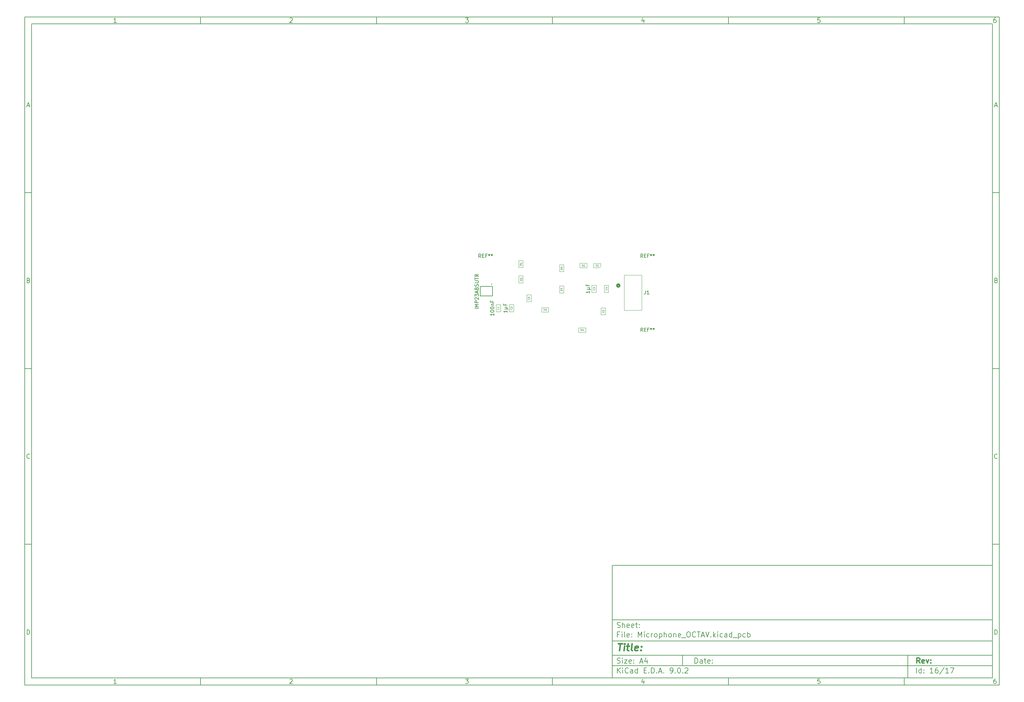
<source format=gbr>
%TF.GenerationSoftware,KiCad,Pcbnew,9.0.2*%
%TF.CreationDate,2025-08-29T05:40:04+02:00*%
%TF.ProjectId,Microphone_OCTAV,4d696372-6f70-4686-9f6e-655f4f435441,rev?*%
%TF.SameCoordinates,Original*%
%TF.FileFunction,AssemblyDrawing,Top*%
%FSLAX46Y46*%
G04 Gerber Fmt 4.6, Leading zero omitted, Abs format (unit mm)*
G04 Created by KiCad (PCBNEW 9.0.2) date 2025-08-29 05:40:04*
%MOMM*%
%LPD*%
G01*
G04 APERTURE LIST*
%ADD10C,0.100000*%
%ADD11C,0.150000*%
%ADD12C,0.300000*%
%ADD13C,0.400000*%
%ADD14C,0.080000*%
%ADD15C,0.025400*%
%ADD16C,0.508000*%
%ADD17C,0.127000*%
%ADD18C,0.200000*%
G04 APERTURE END LIST*
D10*
D11*
X177002200Y-166007200D02*
X285002200Y-166007200D01*
X285002200Y-198007200D01*
X177002200Y-198007200D01*
X177002200Y-166007200D01*
D10*
D11*
X10000000Y-10000000D02*
X287002200Y-10000000D01*
X287002200Y-200007200D01*
X10000000Y-200007200D01*
X10000000Y-10000000D01*
D10*
D11*
X12000000Y-12000000D02*
X285002200Y-12000000D01*
X285002200Y-198007200D01*
X12000000Y-198007200D01*
X12000000Y-12000000D01*
D10*
D11*
X60000000Y-12000000D02*
X60000000Y-10000000D01*
D10*
D11*
X110000000Y-12000000D02*
X110000000Y-10000000D01*
D10*
D11*
X160000000Y-12000000D02*
X160000000Y-10000000D01*
D10*
D11*
X210000000Y-12000000D02*
X210000000Y-10000000D01*
D10*
D11*
X260000000Y-12000000D02*
X260000000Y-10000000D01*
D10*
D11*
X36089160Y-11593604D02*
X35346303Y-11593604D01*
X35717731Y-11593604D02*
X35717731Y-10293604D01*
X35717731Y-10293604D02*
X35593922Y-10479319D01*
X35593922Y-10479319D02*
X35470112Y-10603128D01*
X35470112Y-10603128D02*
X35346303Y-10665033D01*
D10*
D11*
X85346303Y-10417414D02*
X85408207Y-10355509D01*
X85408207Y-10355509D02*
X85532017Y-10293604D01*
X85532017Y-10293604D02*
X85841541Y-10293604D01*
X85841541Y-10293604D02*
X85965350Y-10355509D01*
X85965350Y-10355509D02*
X86027255Y-10417414D01*
X86027255Y-10417414D02*
X86089160Y-10541223D01*
X86089160Y-10541223D02*
X86089160Y-10665033D01*
X86089160Y-10665033D02*
X86027255Y-10850747D01*
X86027255Y-10850747D02*
X85284398Y-11593604D01*
X85284398Y-11593604D02*
X86089160Y-11593604D01*
D10*
D11*
X135284398Y-10293604D02*
X136089160Y-10293604D01*
X136089160Y-10293604D02*
X135655826Y-10788842D01*
X135655826Y-10788842D02*
X135841541Y-10788842D01*
X135841541Y-10788842D02*
X135965350Y-10850747D01*
X135965350Y-10850747D02*
X136027255Y-10912652D01*
X136027255Y-10912652D02*
X136089160Y-11036461D01*
X136089160Y-11036461D02*
X136089160Y-11345985D01*
X136089160Y-11345985D02*
X136027255Y-11469795D01*
X136027255Y-11469795D02*
X135965350Y-11531700D01*
X135965350Y-11531700D02*
X135841541Y-11593604D01*
X135841541Y-11593604D02*
X135470112Y-11593604D01*
X135470112Y-11593604D02*
X135346303Y-11531700D01*
X135346303Y-11531700D02*
X135284398Y-11469795D01*
D10*
D11*
X185965350Y-10726938D02*
X185965350Y-11593604D01*
X185655826Y-10231700D02*
X185346303Y-11160271D01*
X185346303Y-11160271D02*
X186151064Y-11160271D01*
D10*
D11*
X236027255Y-10293604D02*
X235408207Y-10293604D01*
X235408207Y-10293604D02*
X235346303Y-10912652D01*
X235346303Y-10912652D02*
X235408207Y-10850747D01*
X235408207Y-10850747D02*
X235532017Y-10788842D01*
X235532017Y-10788842D02*
X235841541Y-10788842D01*
X235841541Y-10788842D02*
X235965350Y-10850747D01*
X235965350Y-10850747D02*
X236027255Y-10912652D01*
X236027255Y-10912652D02*
X236089160Y-11036461D01*
X236089160Y-11036461D02*
X236089160Y-11345985D01*
X236089160Y-11345985D02*
X236027255Y-11469795D01*
X236027255Y-11469795D02*
X235965350Y-11531700D01*
X235965350Y-11531700D02*
X235841541Y-11593604D01*
X235841541Y-11593604D02*
X235532017Y-11593604D01*
X235532017Y-11593604D02*
X235408207Y-11531700D01*
X235408207Y-11531700D02*
X235346303Y-11469795D01*
D10*
D11*
X285965350Y-10293604D02*
X285717731Y-10293604D01*
X285717731Y-10293604D02*
X285593922Y-10355509D01*
X285593922Y-10355509D02*
X285532017Y-10417414D01*
X285532017Y-10417414D02*
X285408207Y-10603128D01*
X285408207Y-10603128D02*
X285346303Y-10850747D01*
X285346303Y-10850747D02*
X285346303Y-11345985D01*
X285346303Y-11345985D02*
X285408207Y-11469795D01*
X285408207Y-11469795D02*
X285470112Y-11531700D01*
X285470112Y-11531700D02*
X285593922Y-11593604D01*
X285593922Y-11593604D02*
X285841541Y-11593604D01*
X285841541Y-11593604D02*
X285965350Y-11531700D01*
X285965350Y-11531700D02*
X286027255Y-11469795D01*
X286027255Y-11469795D02*
X286089160Y-11345985D01*
X286089160Y-11345985D02*
X286089160Y-11036461D01*
X286089160Y-11036461D02*
X286027255Y-10912652D01*
X286027255Y-10912652D02*
X285965350Y-10850747D01*
X285965350Y-10850747D02*
X285841541Y-10788842D01*
X285841541Y-10788842D02*
X285593922Y-10788842D01*
X285593922Y-10788842D02*
X285470112Y-10850747D01*
X285470112Y-10850747D02*
X285408207Y-10912652D01*
X285408207Y-10912652D02*
X285346303Y-11036461D01*
D10*
D11*
X60000000Y-198007200D02*
X60000000Y-200007200D01*
D10*
D11*
X110000000Y-198007200D02*
X110000000Y-200007200D01*
D10*
D11*
X160000000Y-198007200D02*
X160000000Y-200007200D01*
D10*
D11*
X210000000Y-198007200D02*
X210000000Y-200007200D01*
D10*
D11*
X260000000Y-198007200D02*
X260000000Y-200007200D01*
D10*
D11*
X36089160Y-199600804D02*
X35346303Y-199600804D01*
X35717731Y-199600804D02*
X35717731Y-198300804D01*
X35717731Y-198300804D02*
X35593922Y-198486519D01*
X35593922Y-198486519D02*
X35470112Y-198610328D01*
X35470112Y-198610328D02*
X35346303Y-198672233D01*
D10*
D11*
X85346303Y-198424614D02*
X85408207Y-198362709D01*
X85408207Y-198362709D02*
X85532017Y-198300804D01*
X85532017Y-198300804D02*
X85841541Y-198300804D01*
X85841541Y-198300804D02*
X85965350Y-198362709D01*
X85965350Y-198362709D02*
X86027255Y-198424614D01*
X86027255Y-198424614D02*
X86089160Y-198548423D01*
X86089160Y-198548423D02*
X86089160Y-198672233D01*
X86089160Y-198672233D02*
X86027255Y-198857947D01*
X86027255Y-198857947D02*
X85284398Y-199600804D01*
X85284398Y-199600804D02*
X86089160Y-199600804D01*
D10*
D11*
X135284398Y-198300804D02*
X136089160Y-198300804D01*
X136089160Y-198300804D02*
X135655826Y-198796042D01*
X135655826Y-198796042D02*
X135841541Y-198796042D01*
X135841541Y-198796042D02*
X135965350Y-198857947D01*
X135965350Y-198857947D02*
X136027255Y-198919852D01*
X136027255Y-198919852D02*
X136089160Y-199043661D01*
X136089160Y-199043661D02*
X136089160Y-199353185D01*
X136089160Y-199353185D02*
X136027255Y-199476995D01*
X136027255Y-199476995D02*
X135965350Y-199538900D01*
X135965350Y-199538900D02*
X135841541Y-199600804D01*
X135841541Y-199600804D02*
X135470112Y-199600804D01*
X135470112Y-199600804D02*
X135346303Y-199538900D01*
X135346303Y-199538900D02*
X135284398Y-199476995D01*
D10*
D11*
X185965350Y-198734138D02*
X185965350Y-199600804D01*
X185655826Y-198238900D02*
X185346303Y-199167471D01*
X185346303Y-199167471D02*
X186151064Y-199167471D01*
D10*
D11*
X236027255Y-198300804D02*
X235408207Y-198300804D01*
X235408207Y-198300804D02*
X235346303Y-198919852D01*
X235346303Y-198919852D02*
X235408207Y-198857947D01*
X235408207Y-198857947D02*
X235532017Y-198796042D01*
X235532017Y-198796042D02*
X235841541Y-198796042D01*
X235841541Y-198796042D02*
X235965350Y-198857947D01*
X235965350Y-198857947D02*
X236027255Y-198919852D01*
X236027255Y-198919852D02*
X236089160Y-199043661D01*
X236089160Y-199043661D02*
X236089160Y-199353185D01*
X236089160Y-199353185D02*
X236027255Y-199476995D01*
X236027255Y-199476995D02*
X235965350Y-199538900D01*
X235965350Y-199538900D02*
X235841541Y-199600804D01*
X235841541Y-199600804D02*
X235532017Y-199600804D01*
X235532017Y-199600804D02*
X235408207Y-199538900D01*
X235408207Y-199538900D02*
X235346303Y-199476995D01*
D10*
D11*
X285965350Y-198300804D02*
X285717731Y-198300804D01*
X285717731Y-198300804D02*
X285593922Y-198362709D01*
X285593922Y-198362709D02*
X285532017Y-198424614D01*
X285532017Y-198424614D02*
X285408207Y-198610328D01*
X285408207Y-198610328D02*
X285346303Y-198857947D01*
X285346303Y-198857947D02*
X285346303Y-199353185D01*
X285346303Y-199353185D02*
X285408207Y-199476995D01*
X285408207Y-199476995D02*
X285470112Y-199538900D01*
X285470112Y-199538900D02*
X285593922Y-199600804D01*
X285593922Y-199600804D02*
X285841541Y-199600804D01*
X285841541Y-199600804D02*
X285965350Y-199538900D01*
X285965350Y-199538900D02*
X286027255Y-199476995D01*
X286027255Y-199476995D02*
X286089160Y-199353185D01*
X286089160Y-199353185D02*
X286089160Y-199043661D01*
X286089160Y-199043661D02*
X286027255Y-198919852D01*
X286027255Y-198919852D02*
X285965350Y-198857947D01*
X285965350Y-198857947D02*
X285841541Y-198796042D01*
X285841541Y-198796042D02*
X285593922Y-198796042D01*
X285593922Y-198796042D02*
X285470112Y-198857947D01*
X285470112Y-198857947D02*
X285408207Y-198919852D01*
X285408207Y-198919852D02*
X285346303Y-199043661D01*
D10*
D11*
X10000000Y-60000000D02*
X12000000Y-60000000D01*
D10*
D11*
X10000000Y-110000000D02*
X12000000Y-110000000D01*
D10*
D11*
X10000000Y-160000000D02*
X12000000Y-160000000D01*
D10*
D11*
X10690476Y-35222176D02*
X11309523Y-35222176D01*
X10566666Y-35593604D02*
X10999999Y-34293604D01*
X10999999Y-34293604D02*
X11433333Y-35593604D01*
D10*
D11*
X11092857Y-84912652D02*
X11278571Y-84974557D01*
X11278571Y-84974557D02*
X11340476Y-85036461D01*
X11340476Y-85036461D02*
X11402380Y-85160271D01*
X11402380Y-85160271D02*
X11402380Y-85345985D01*
X11402380Y-85345985D02*
X11340476Y-85469795D01*
X11340476Y-85469795D02*
X11278571Y-85531700D01*
X11278571Y-85531700D02*
X11154761Y-85593604D01*
X11154761Y-85593604D02*
X10659523Y-85593604D01*
X10659523Y-85593604D02*
X10659523Y-84293604D01*
X10659523Y-84293604D02*
X11092857Y-84293604D01*
X11092857Y-84293604D02*
X11216666Y-84355509D01*
X11216666Y-84355509D02*
X11278571Y-84417414D01*
X11278571Y-84417414D02*
X11340476Y-84541223D01*
X11340476Y-84541223D02*
X11340476Y-84665033D01*
X11340476Y-84665033D02*
X11278571Y-84788842D01*
X11278571Y-84788842D02*
X11216666Y-84850747D01*
X11216666Y-84850747D02*
X11092857Y-84912652D01*
X11092857Y-84912652D02*
X10659523Y-84912652D01*
D10*
D11*
X11402380Y-135469795D02*
X11340476Y-135531700D01*
X11340476Y-135531700D02*
X11154761Y-135593604D01*
X11154761Y-135593604D02*
X11030952Y-135593604D01*
X11030952Y-135593604D02*
X10845238Y-135531700D01*
X10845238Y-135531700D02*
X10721428Y-135407890D01*
X10721428Y-135407890D02*
X10659523Y-135284080D01*
X10659523Y-135284080D02*
X10597619Y-135036461D01*
X10597619Y-135036461D02*
X10597619Y-134850747D01*
X10597619Y-134850747D02*
X10659523Y-134603128D01*
X10659523Y-134603128D02*
X10721428Y-134479319D01*
X10721428Y-134479319D02*
X10845238Y-134355509D01*
X10845238Y-134355509D02*
X11030952Y-134293604D01*
X11030952Y-134293604D02*
X11154761Y-134293604D01*
X11154761Y-134293604D02*
X11340476Y-134355509D01*
X11340476Y-134355509D02*
X11402380Y-134417414D01*
D10*
D11*
X10659523Y-185593604D02*
X10659523Y-184293604D01*
X10659523Y-184293604D02*
X10969047Y-184293604D01*
X10969047Y-184293604D02*
X11154761Y-184355509D01*
X11154761Y-184355509D02*
X11278571Y-184479319D01*
X11278571Y-184479319D02*
X11340476Y-184603128D01*
X11340476Y-184603128D02*
X11402380Y-184850747D01*
X11402380Y-184850747D02*
X11402380Y-185036461D01*
X11402380Y-185036461D02*
X11340476Y-185284080D01*
X11340476Y-185284080D02*
X11278571Y-185407890D01*
X11278571Y-185407890D02*
X11154761Y-185531700D01*
X11154761Y-185531700D02*
X10969047Y-185593604D01*
X10969047Y-185593604D02*
X10659523Y-185593604D01*
D10*
D11*
X287002200Y-60000000D02*
X285002200Y-60000000D01*
D10*
D11*
X287002200Y-110000000D02*
X285002200Y-110000000D01*
D10*
D11*
X287002200Y-160000000D02*
X285002200Y-160000000D01*
D10*
D11*
X285692676Y-35222176D02*
X286311723Y-35222176D01*
X285568866Y-35593604D02*
X286002199Y-34293604D01*
X286002199Y-34293604D02*
X286435533Y-35593604D01*
D10*
D11*
X286095057Y-84912652D02*
X286280771Y-84974557D01*
X286280771Y-84974557D02*
X286342676Y-85036461D01*
X286342676Y-85036461D02*
X286404580Y-85160271D01*
X286404580Y-85160271D02*
X286404580Y-85345985D01*
X286404580Y-85345985D02*
X286342676Y-85469795D01*
X286342676Y-85469795D02*
X286280771Y-85531700D01*
X286280771Y-85531700D02*
X286156961Y-85593604D01*
X286156961Y-85593604D02*
X285661723Y-85593604D01*
X285661723Y-85593604D02*
X285661723Y-84293604D01*
X285661723Y-84293604D02*
X286095057Y-84293604D01*
X286095057Y-84293604D02*
X286218866Y-84355509D01*
X286218866Y-84355509D02*
X286280771Y-84417414D01*
X286280771Y-84417414D02*
X286342676Y-84541223D01*
X286342676Y-84541223D02*
X286342676Y-84665033D01*
X286342676Y-84665033D02*
X286280771Y-84788842D01*
X286280771Y-84788842D02*
X286218866Y-84850747D01*
X286218866Y-84850747D02*
X286095057Y-84912652D01*
X286095057Y-84912652D02*
X285661723Y-84912652D01*
D10*
D11*
X286404580Y-135469795D02*
X286342676Y-135531700D01*
X286342676Y-135531700D02*
X286156961Y-135593604D01*
X286156961Y-135593604D02*
X286033152Y-135593604D01*
X286033152Y-135593604D02*
X285847438Y-135531700D01*
X285847438Y-135531700D02*
X285723628Y-135407890D01*
X285723628Y-135407890D02*
X285661723Y-135284080D01*
X285661723Y-135284080D02*
X285599819Y-135036461D01*
X285599819Y-135036461D02*
X285599819Y-134850747D01*
X285599819Y-134850747D02*
X285661723Y-134603128D01*
X285661723Y-134603128D02*
X285723628Y-134479319D01*
X285723628Y-134479319D02*
X285847438Y-134355509D01*
X285847438Y-134355509D02*
X286033152Y-134293604D01*
X286033152Y-134293604D02*
X286156961Y-134293604D01*
X286156961Y-134293604D02*
X286342676Y-134355509D01*
X286342676Y-134355509D02*
X286404580Y-134417414D01*
D10*
D11*
X285661723Y-185593604D02*
X285661723Y-184293604D01*
X285661723Y-184293604D02*
X285971247Y-184293604D01*
X285971247Y-184293604D02*
X286156961Y-184355509D01*
X286156961Y-184355509D02*
X286280771Y-184479319D01*
X286280771Y-184479319D02*
X286342676Y-184603128D01*
X286342676Y-184603128D02*
X286404580Y-184850747D01*
X286404580Y-184850747D02*
X286404580Y-185036461D01*
X286404580Y-185036461D02*
X286342676Y-185284080D01*
X286342676Y-185284080D02*
X286280771Y-185407890D01*
X286280771Y-185407890D02*
X286156961Y-185531700D01*
X286156961Y-185531700D02*
X285971247Y-185593604D01*
X285971247Y-185593604D02*
X285661723Y-185593604D01*
D10*
D11*
X200458026Y-193793328D02*
X200458026Y-192293328D01*
X200458026Y-192293328D02*
X200815169Y-192293328D01*
X200815169Y-192293328D02*
X201029455Y-192364757D01*
X201029455Y-192364757D02*
X201172312Y-192507614D01*
X201172312Y-192507614D02*
X201243741Y-192650471D01*
X201243741Y-192650471D02*
X201315169Y-192936185D01*
X201315169Y-192936185D02*
X201315169Y-193150471D01*
X201315169Y-193150471D02*
X201243741Y-193436185D01*
X201243741Y-193436185D02*
X201172312Y-193579042D01*
X201172312Y-193579042D02*
X201029455Y-193721900D01*
X201029455Y-193721900D02*
X200815169Y-193793328D01*
X200815169Y-193793328D02*
X200458026Y-193793328D01*
X202600884Y-193793328D02*
X202600884Y-193007614D01*
X202600884Y-193007614D02*
X202529455Y-192864757D01*
X202529455Y-192864757D02*
X202386598Y-192793328D01*
X202386598Y-192793328D02*
X202100884Y-192793328D01*
X202100884Y-192793328D02*
X201958026Y-192864757D01*
X202600884Y-193721900D02*
X202458026Y-193793328D01*
X202458026Y-193793328D02*
X202100884Y-193793328D01*
X202100884Y-193793328D02*
X201958026Y-193721900D01*
X201958026Y-193721900D02*
X201886598Y-193579042D01*
X201886598Y-193579042D02*
X201886598Y-193436185D01*
X201886598Y-193436185D02*
X201958026Y-193293328D01*
X201958026Y-193293328D02*
X202100884Y-193221900D01*
X202100884Y-193221900D02*
X202458026Y-193221900D01*
X202458026Y-193221900D02*
X202600884Y-193150471D01*
X203100884Y-192793328D02*
X203672312Y-192793328D01*
X203315169Y-192293328D02*
X203315169Y-193579042D01*
X203315169Y-193579042D02*
X203386598Y-193721900D01*
X203386598Y-193721900D02*
X203529455Y-193793328D01*
X203529455Y-193793328D02*
X203672312Y-193793328D01*
X204743741Y-193721900D02*
X204600884Y-193793328D01*
X204600884Y-193793328D02*
X204315170Y-193793328D01*
X204315170Y-193793328D02*
X204172312Y-193721900D01*
X204172312Y-193721900D02*
X204100884Y-193579042D01*
X204100884Y-193579042D02*
X204100884Y-193007614D01*
X204100884Y-193007614D02*
X204172312Y-192864757D01*
X204172312Y-192864757D02*
X204315170Y-192793328D01*
X204315170Y-192793328D02*
X204600884Y-192793328D01*
X204600884Y-192793328D02*
X204743741Y-192864757D01*
X204743741Y-192864757D02*
X204815170Y-193007614D01*
X204815170Y-193007614D02*
X204815170Y-193150471D01*
X204815170Y-193150471D02*
X204100884Y-193293328D01*
X205458026Y-193650471D02*
X205529455Y-193721900D01*
X205529455Y-193721900D02*
X205458026Y-193793328D01*
X205458026Y-193793328D02*
X205386598Y-193721900D01*
X205386598Y-193721900D02*
X205458026Y-193650471D01*
X205458026Y-193650471D02*
X205458026Y-193793328D01*
X205458026Y-192864757D02*
X205529455Y-192936185D01*
X205529455Y-192936185D02*
X205458026Y-193007614D01*
X205458026Y-193007614D02*
X205386598Y-192936185D01*
X205386598Y-192936185D02*
X205458026Y-192864757D01*
X205458026Y-192864757D02*
X205458026Y-193007614D01*
D10*
D11*
X177002200Y-194507200D02*
X285002200Y-194507200D01*
D10*
D11*
X178458026Y-196593328D02*
X178458026Y-195093328D01*
X179315169Y-196593328D02*
X178672312Y-195736185D01*
X179315169Y-195093328D02*
X178458026Y-195950471D01*
X179958026Y-196593328D02*
X179958026Y-195593328D01*
X179958026Y-195093328D02*
X179886598Y-195164757D01*
X179886598Y-195164757D02*
X179958026Y-195236185D01*
X179958026Y-195236185D02*
X180029455Y-195164757D01*
X180029455Y-195164757D02*
X179958026Y-195093328D01*
X179958026Y-195093328D02*
X179958026Y-195236185D01*
X181529455Y-196450471D02*
X181458027Y-196521900D01*
X181458027Y-196521900D02*
X181243741Y-196593328D01*
X181243741Y-196593328D02*
X181100884Y-196593328D01*
X181100884Y-196593328D02*
X180886598Y-196521900D01*
X180886598Y-196521900D02*
X180743741Y-196379042D01*
X180743741Y-196379042D02*
X180672312Y-196236185D01*
X180672312Y-196236185D02*
X180600884Y-195950471D01*
X180600884Y-195950471D02*
X180600884Y-195736185D01*
X180600884Y-195736185D02*
X180672312Y-195450471D01*
X180672312Y-195450471D02*
X180743741Y-195307614D01*
X180743741Y-195307614D02*
X180886598Y-195164757D01*
X180886598Y-195164757D02*
X181100884Y-195093328D01*
X181100884Y-195093328D02*
X181243741Y-195093328D01*
X181243741Y-195093328D02*
X181458027Y-195164757D01*
X181458027Y-195164757D02*
X181529455Y-195236185D01*
X182815170Y-196593328D02*
X182815170Y-195807614D01*
X182815170Y-195807614D02*
X182743741Y-195664757D01*
X182743741Y-195664757D02*
X182600884Y-195593328D01*
X182600884Y-195593328D02*
X182315170Y-195593328D01*
X182315170Y-195593328D02*
X182172312Y-195664757D01*
X182815170Y-196521900D02*
X182672312Y-196593328D01*
X182672312Y-196593328D02*
X182315170Y-196593328D01*
X182315170Y-196593328D02*
X182172312Y-196521900D01*
X182172312Y-196521900D02*
X182100884Y-196379042D01*
X182100884Y-196379042D02*
X182100884Y-196236185D01*
X182100884Y-196236185D02*
X182172312Y-196093328D01*
X182172312Y-196093328D02*
X182315170Y-196021900D01*
X182315170Y-196021900D02*
X182672312Y-196021900D01*
X182672312Y-196021900D02*
X182815170Y-195950471D01*
X184172313Y-196593328D02*
X184172313Y-195093328D01*
X184172313Y-196521900D02*
X184029455Y-196593328D01*
X184029455Y-196593328D02*
X183743741Y-196593328D01*
X183743741Y-196593328D02*
X183600884Y-196521900D01*
X183600884Y-196521900D02*
X183529455Y-196450471D01*
X183529455Y-196450471D02*
X183458027Y-196307614D01*
X183458027Y-196307614D02*
X183458027Y-195879042D01*
X183458027Y-195879042D02*
X183529455Y-195736185D01*
X183529455Y-195736185D02*
X183600884Y-195664757D01*
X183600884Y-195664757D02*
X183743741Y-195593328D01*
X183743741Y-195593328D02*
X184029455Y-195593328D01*
X184029455Y-195593328D02*
X184172313Y-195664757D01*
X186029455Y-195807614D02*
X186529455Y-195807614D01*
X186743741Y-196593328D02*
X186029455Y-196593328D01*
X186029455Y-196593328D02*
X186029455Y-195093328D01*
X186029455Y-195093328D02*
X186743741Y-195093328D01*
X187386598Y-196450471D02*
X187458027Y-196521900D01*
X187458027Y-196521900D02*
X187386598Y-196593328D01*
X187386598Y-196593328D02*
X187315170Y-196521900D01*
X187315170Y-196521900D02*
X187386598Y-196450471D01*
X187386598Y-196450471D02*
X187386598Y-196593328D01*
X188100884Y-196593328D02*
X188100884Y-195093328D01*
X188100884Y-195093328D02*
X188458027Y-195093328D01*
X188458027Y-195093328D02*
X188672313Y-195164757D01*
X188672313Y-195164757D02*
X188815170Y-195307614D01*
X188815170Y-195307614D02*
X188886599Y-195450471D01*
X188886599Y-195450471D02*
X188958027Y-195736185D01*
X188958027Y-195736185D02*
X188958027Y-195950471D01*
X188958027Y-195950471D02*
X188886599Y-196236185D01*
X188886599Y-196236185D02*
X188815170Y-196379042D01*
X188815170Y-196379042D02*
X188672313Y-196521900D01*
X188672313Y-196521900D02*
X188458027Y-196593328D01*
X188458027Y-196593328D02*
X188100884Y-196593328D01*
X189600884Y-196450471D02*
X189672313Y-196521900D01*
X189672313Y-196521900D02*
X189600884Y-196593328D01*
X189600884Y-196593328D02*
X189529456Y-196521900D01*
X189529456Y-196521900D02*
X189600884Y-196450471D01*
X189600884Y-196450471D02*
X189600884Y-196593328D01*
X190243742Y-196164757D02*
X190958028Y-196164757D01*
X190100885Y-196593328D02*
X190600885Y-195093328D01*
X190600885Y-195093328D02*
X191100885Y-196593328D01*
X191600884Y-196450471D02*
X191672313Y-196521900D01*
X191672313Y-196521900D02*
X191600884Y-196593328D01*
X191600884Y-196593328D02*
X191529456Y-196521900D01*
X191529456Y-196521900D02*
X191600884Y-196450471D01*
X191600884Y-196450471D02*
X191600884Y-196593328D01*
X193529456Y-196593328D02*
X193815170Y-196593328D01*
X193815170Y-196593328D02*
X193958027Y-196521900D01*
X193958027Y-196521900D02*
X194029456Y-196450471D01*
X194029456Y-196450471D02*
X194172313Y-196236185D01*
X194172313Y-196236185D02*
X194243742Y-195950471D01*
X194243742Y-195950471D02*
X194243742Y-195379042D01*
X194243742Y-195379042D02*
X194172313Y-195236185D01*
X194172313Y-195236185D02*
X194100885Y-195164757D01*
X194100885Y-195164757D02*
X193958027Y-195093328D01*
X193958027Y-195093328D02*
X193672313Y-195093328D01*
X193672313Y-195093328D02*
X193529456Y-195164757D01*
X193529456Y-195164757D02*
X193458027Y-195236185D01*
X193458027Y-195236185D02*
X193386599Y-195379042D01*
X193386599Y-195379042D02*
X193386599Y-195736185D01*
X193386599Y-195736185D02*
X193458027Y-195879042D01*
X193458027Y-195879042D02*
X193529456Y-195950471D01*
X193529456Y-195950471D02*
X193672313Y-196021900D01*
X193672313Y-196021900D02*
X193958027Y-196021900D01*
X193958027Y-196021900D02*
X194100885Y-195950471D01*
X194100885Y-195950471D02*
X194172313Y-195879042D01*
X194172313Y-195879042D02*
X194243742Y-195736185D01*
X194886598Y-196450471D02*
X194958027Y-196521900D01*
X194958027Y-196521900D02*
X194886598Y-196593328D01*
X194886598Y-196593328D02*
X194815170Y-196521900D01*
X194815170Y-196521900D02*
X194886598Y-196450471D01*
X194886598Y-196450471D02*
X194886598Y-196593328D01*
X195886599Y-195093328D02*
X196029456Y-195093328D01*
X196029456Y-195093328D02*
X196172313Y-195164757D01*
X196172313Y-195164757D02*
X196243742Y-195236185D01*
X196243742Y-195236185D02*
X196315170Y-195379042D01*
X196315170Y-195379042D02*
X196386599Y-195664757D01*
X196386599Y-195664757D02*
X196386599Y-196021900D01*
X196386599Y-196021900D02*
X196315170Y-196307614D01*
X196315170Y-196307614D02*
X196243742Y-196450471D01*
X196243742Y-196450471D02*
X196172313Y-196521900D01*
X196172313Y-196521900D02*
X196029456Y-196593328D01*
X196029456Y-196593328D02*
X195886599Y-196593328D01*
X195886599Y-196593328D02*
X195743742Y-196521900D01*
X195743742Y-196521900D02*
X195672313Y-196450471D01*
X195672313Y-196450471D02*
X195600884Y-196307614D01*
X195600884Y-196307614D02*
X195529456Y-196021900D01*
X195529456Y-196021900D02*
X195529456Y-195664757D01*
X195529456Y-195664757D02*
X195600884Y-195379042D01*
X195600884Y-195379042D02*
X195672313Y-195236185D01*
X195672313Y-195236185D02*
X195743742Y-195164757D01*
X195743742Y-195164757D02*
X195886599Y-195093328D01*
X197029455Y-196450471D02*
X197100884Y-196521900D01*
X197100884Y-196521900D02*
X197029455Y-196593328D01*
X197029455Y-196593328D02*
X196958027Y-196521900D01*
X196958027Y-196521900D02*
X197029455Y-196450471D01*
X197029455Y-196450471D02*
X197029455Y-196593328D01*
X197672313Y-195236185D02*
X197743741Y-195164757D01*
X197743741Y-195164757D02*
X197886599Y-195093328D01*
X197886599Y-195093328D02*
X198243741Y-195093328D01*
X198243741Y-195093328D02*
X198386599Y-195164757D01*
X198386599Y-195164757D02*
X198458027Y-195236185D01*
X198458027Y-195236185D02*
X198529456Y-195379042D01*
X198529456Y-195379042D02*
X198529456Y-195521900D01*
X198529456Y-195521900D02*
X198458027Y-195736185D01*
X198458027Y-195736185D02*
X197600884Y-196593328D01*
X197600884Y-196593328D02*
X198529456Y-196593328D01*
D10*
D11*
X177002200Y-191507200D02*
X285002200Y-191507200D01*
D10*
D12*
X264413853Y-193785528D02*
X263913853Y-193071242D01*
X263556710Y-193785528D02*
X263556710Y-192285528D01*
X263556710Y-192285528D02*
X264128139Y-192285528D01*
X264128139Y-192285528D02*
X264270996Y-192356957D01*
X264270996Y-192356957D02*
X264342425Y-192428385D01*
X264342425Y-192428385D02*
X264413853Y-192571242D01*
X264413853Y-192571242D02*
X264413853Y-192785528D01*
X264413853Y-192785528D02*
X264342425Y-192928385D01*
X264342425Y-192928385D02*
X264270996Y-192999814D01*
X264270996Y-192999814D02*
X264128139Y-193071242D01*
X264128139Y-193071242D02*
X263556710Y-193071242D01*
X265628139Y-193714100D02*
X265485282Y-193785528D01*
X265485282Y-193785528D02*
X265199568Y-193785528D01*
X265199568Y-193785528D02*
X265056710Y-193714100D01*
X265056710Y-193714100D02*
X264985282Y-193571242D01*
X264985282Y-193571242D02*
X264985282Y-192999814D01*
X264985282Y-192999814D02*
X265056710Y-192856957D01*
X265056710Y-192856957D02*
X265199568Y-192785528D01*
X265199568Y-192785528D02*
X265485282Y-192785528D01*
X265485282Y-192785528D02*
X265628139Y-192856957D01*
X265628139Y-192856957D02*
X265699568Y-192999814D01*
X265699568Y-192999814D02*
X265699568Y-193142671D01*
X265699568Y-193142671D02*
X264985282Y-193285528D01*
X266199567Y-192785528D02*
X266556710Y-193785528D01*
X266556710Y-193785528D02*
X266913853Y-192785528D01*
X267485281Y-193642671D02*
X267556710Y-193714100D01*
X267556710Y-193714100D02*
X267485281Y-193785528D01*
X267485281Y-193785528D02*
X267413853Y-193714100D01*
X267413853Y-193714100D02*
X267485281Y-193642671D01*
X267485281Y-193642671D02*
X267485281Y-193785528D01*
X267485281Y-192856957D02*
X267556710Y-192928385D01*
X267556710Y-192928385D02*
X267485281Y-192999814D01*
X267485281Y-192999814D02*
X267413853Y-192928385D01*
X267413853Y-192928385D02*
X267485281Y-192856957D01*
X267485281Y-192856957D02*
X267485281Y-192999814D01*
D10*
D11*
X178386598Y-193721900D02*
X178600884Y-193793328D01*
X178600884Y-193793328D02*
X178958026Y-193793328D01*
X178958026Y-193793328D02*
X179100884Y-193721900D01*
X179100884Y-193721900D02*
X179172312Y-193650471D01*
X179172312Y-193650471D02*
X179243741Y-193507614D01*
X179243741Y-193507614D02*
X179243741Y-193364757D01*
X179243741Y-193364757D02*
X179172312Y-193221900D01*
X179172312Y-193221900D02*
X179100884Y-193150471D01*
X179100884Y-193150471D02*
X178958026Y-193079042D01*
X178958026Y-193079042D02*
X178672312Y-193007614D01*
X178672312Y-193007614D02*
X178529455Y-192936185D01*
X178529455Y-192936185D02*
X178458026Y-192864757D01*
X178458026Y-192864757D02*
X178386598Y-192721900D01*
X178386598Y-192721900D02*
X178386598Y-192579042D01*
X178386598Y-192579042D02*
X178458026Y-192436185D01*
X178458026Y-192436185D02*
X178529455Y-192364757D01*
X178529455Y-192364757D02*
X178672312Y-192293328D01*
X178672312Y-192293328D02*
X179029455Y-192293328D01*
X179029455Y-192293328D02*
X179243741Y-192364757D01*
X179886597Y-193793328D02*
X179886597Y-192793328D01*
X179886597Y-192293328D02*
X179815169Y-192364757D01*
X179815169Y-192364757D02*
X179886597Y-192436185D01*
X179886597Y-192436185D02*
X179958026Y-192364757D01*
X179958026Y-192364757D02*
X179886597Y-192293328D01*
X179886597Y-192293328D02*
X179886597Y-192436185D01*
X180458026Y-192793328D02*
X181243741Y-192793328D01*
X181243741Y-192793328D02*
X180458026Y-193793328D01*
X180458026Y-193793328D02*
X181243741Y-193793328D01*
X182386598Y-193721900D02*
X182243741Y-193793328D01*
X182243741Y-193793328D02*
X181958027Y-193793328D01*
X181958027Y-193793328D02*
X181815169Y-193721900D01*
X181815169Y-193721900D02*
X181743741Y-193579042D01*
X181743741Y-193579042D02*
X181743741Y-193007614D01*
X181743741Y-193007614D02*
X181815169Y-192864757D01*
X181815169Y-192864757D02*
X181958027Y-192793328D01*
X181958027Y-192793328D02*
X182243741Y-192793328D01*
X182243741Y-192793328D02*
X182386598Y-192864757D01*
X182386598Y-192864757D02*
X182458027Y-193007614D01*
X182458027Y-193007614D02*
X182458027Y-193150471D01*
X182458027Y-193150471D02*
X181743741Y-193293328D01*
X183100883Y-193650471D02*
X183172312Y-193721900D01*
X183172312Y-193721900D02*
X183100883Y-193793328D01*
X183100883Y-193793328D02*
X183029455Y-193721900D01*
X183029455Y-193721900D02*
X183100883Y-193650471D01*
X183100883Y-193650471D02*
X183100883Y-193793328D01*
X183100883Y-192864757D02*
X183172312Y-192936185D01*
X183172312Y-192936185D02*
X183100883Y-193007614D01*
X183100883Y-193007614D02*
X183029455Y-192936185D01*
X183029455Y-192936185D02*
X183100883Y-192864757D01*
X183100883Y-192864757D02*
X183100883Y-193007614D01*
X184886598Y-193364757D02*
X185600884Y-193364757D01*
X184743741Y-193793328D02*
X185243741Y-192293328D01*
X185243741Y-192293328D02*
X185743741Y-193793328D01*
X186886598Y-192793328D02*
X186886598Y-193793328D01*
X186529455Y-192221900D02*
X186172312Y-193293328D01*
X186172312Y-193293328D02*
X187100883Y-193293328D01*
D10*
D11*
X263458026Y-196593328D02*
X263458026Y-195093328D01*
X264815170Y-196593328D02*
X264815170Y-195093328D01*
X264815170Y-196521900D02*
X264672312Y-196593328D01*
X264672312Y-196593328D02*
X264386598Y-196593328D01*
X264386598Y-196593328D02*
X264243741Y-196521900D01*
X264243741Y-196521900D02*
X264172312Y-196450471D01*
X264172312Y-196450471D02*
X264100884Y-196307614D01*
X264100884Y-196307614D02*
X264100884Y-195879042D01*
X264100884Y-195879042D02*
X264172312Y-195736185D01*
X264172312Y-195736185D02*
X264243741Y-195664757D01*
X264243741Y-195664757D02*
X264386598Y-195593328D01*
X264386598Y-195593328D02*
X264672312Y-195593328D01*
X264672312Y-195593328D02*
X264815170Y-195664757D01*
X265529455Y-196450471D02*
X265600884Y-196521900D01*
X265600884Y-196521900D02*
X265529455Y-196593328D01*
X265529455Y-196593328D02*
X265458027Y-196521900D01*
X265458027Y-196521900D02*
X265529455Y-196450471D01*
X265529455Y-196450471D02*
X265529455Y-196593328D01*
X265529455Y-195664757D02*
X265600884Y-195736185D01*
X265600884Y-195736185D02*
X265529455Y-195807614D01*
X265529455Y-195807614D02*
X265458027Y-195736185D01*
X265458027Y-195736185D02*
X265529455Y-195664757D01*
X265529455Y-195664757D02*
X265529455Y-195807614D01*
X268172313Y-196593328D02*
X267315170Y-196593328D01*
X267743741Y-196593328D02*
X267743741Y-195093328D01*
X267743741Y-195093328D02*
X267600884Y-195307614D01*
X267600884Y-195307614D02*
X267458027Y-195450471D01*
X267458027Y-195450471D02*
X267315170Y-195521900D01*
X269458027Y-195093328D02*
X269172312Y-195093328D01*
X269172312Y-195093328D02*
X269029455Y-195164757D01*
X269029455Y-195164757D02*
X268958027Y-195236185D01*
X268958027Y-195236185D02*
X268815169Y-195450471D01*
X268815169Y-195450471D02*
X268743741Y-195736185D01*
X268743741Y-195736185D02*
X268743741Y-196307614D01*
X268743741Y-196307614D02*
X268815169Y-196450471D01*
X268815169Y-196450471D02*
X268886598Y-196521900D01*
X268886598Y-196521900D02*
X269029455Y-196593328D01*
X269029455Y-196593328D02*
X269315169Y-196593328D01*
X269315169Y-196593328D02*
X269458027Y-196521900D01*
X269458027Y-196521900D02*
X269529455Y-196450471D01*
X269529455Y-196450471D02*
X269600884Y-196307614D01*
X269600884Y-196307614D02*
X269600884Y-195950471D01*
X269600884Y-195950471D02*
X269529455Y-195807614D01*
X269529455Y-195807614D02*
X269458027Y-195736185D01*
X269458027Y-195736185D02*
X269315169Y-195664757D01*
X269315169Y-195664757D02*
X269029455Y-195664757D01*
X269029455Y-195664757D02*
X268886598Y-195736185D01*
X268886598Y-195736185D02*
X268815169Y-195807614D01*
X268815169Y-195807614D02*
X268743741Y-195950471D01*
X271315169Y-195021900D02*
X270029455Y-196950471D01*
X272600884Y-196593328D02*
X271743741Y-196593328D01*
X272172312Y-196593328D02*
X272172312Y-195093328D01*
X272172312Y-195093328D02*
X272029455Y-195307614D01*
X272029455Y-195307614D02*
X271886598Y-195450471D01*
X271886598Y-195450471D02*
X271743741Y-195521900D01*
X273100883Y-195093328D02*
X274100883Y-195093328D01*
X274100883Y-195093328D02*
X273458026Y-196593328D01*
D10*
D11*
X177002200Y-187507200D02*
X285002200Y-187507200D01*
D10*
D13*
X178693928Y-188211638D02*
X179836785Y-188211638D01*
X179015357Y-190211638D02*
X179265357Y-188211638D01*
X180253452Y-190211638D02*
X180420119Y-188878304D01*
X180503452Y-188211638D02*
X180396309Y-188306876D01*
X180396309Y-188306876D02*
X180479643Y-188402114D01*
X180479643Y-188402114D02*
X180586786Y-188306876D01*
X180586786Y-188306876D02*
X180503452Y-188211638D01*
X180503452Y-188211638D02*
X180479643Y-188402114D01*
X181086786Y-188878304D02*
X181848690Y-188878304D01*
X181455833Y-188211638D02*
X181241548Y-189925923D01*
X181241548Y-189925923D02*
X181312976Y-190116400D01*
X181312976Y-190116400D02*
X181491548Y-190211638D01*
X181491548Y-190211638D02*
X181682024Y-190211638D01*
X182634405Y-190211638D02*
X182455833Y-190116400D01*
X182455833Y-190116400D02*
X182384405Y-189925923D01*
X182384405Y-189925923D02*
X182598690Y-188211638D01*
X184170119Y-190116400D02*
X183967738Y-190211638D01*
X183967738Y-190211638D02*
X183586785Y-190211638D01*
X183586785Y-190211638D02*
X183408214Y-190116400D01*
X183408214Y-190116400D02*
X183336785Y-189925923D01*
X183336785Y-189925923D02*
X183432024Y-189164019D01*
X183432024Y-189164019D02*
X183551071Y-188973542D01*
X183551071Y-188973542D02*
X183753452Y-188878304D01*
X183753452Y-188878304D02*
X184134404Y-188878304D01*
X184134404Y-188878304D02*
X184312976Y-188973542D01*
X184312976Y-188973542D02*
X184384404Y-189164019D01*
X184384404Y-189164019D02*
X184360595Y-189354495D01*
X184360595Y-189354495D02*
X183384404Y-189544971D01*
X185134405Y-190021161D02*
X185217738Y-190116400D01*
X185217738Y-190116400D02*
X185110595Y-190211638D01*
X185110595Y-190211638D02*
X185027262Y-190116400D01*
X185027262Y-190116400D02*
X185134405Y-190021161D01*
X185134405Y-190021161D02*
X185110595Y-190211638D01*
X185265357Y-188973542D02*
X185348690Y-189068780D01*
X185348690Y-189068780D02*
X185241548Y-189164019D01*
X185241548Y-189164019D02*
X185158214Y-189068780D01*
X185158214Y-189068780D02*
X185265357Y-188973542D01*
X185265357Y-188973542D02*
X185241548Y-189164019D01*
D10*
D11*
X178958026Y-185607614D02*
X178458026Y-185607614D01*
X178458026Y-186393328D02*
X178458026Y-184893328D01*
X178458026Y-184893328D02*
X179172312Y-184893328D01*
X179743740Y-186393328D02*
X179743740Y-185393328D01*
X179743740Y-184893328D02*
X179672312Y-184964757D01*
X179672312Y-184964757D02*
X179743740Y-185036185D01*
X179743740Y-185036185D02*
X179815169Y-184964757D01*
X179815169Y-184964757D02*
X179743740Y-184893328D01*
X179743740Y-184893328D02*
X179743740Y-185036185D01*
X180672312Y-186393328D02*
X180529455Y-186321900D01*
X180529455Y-186321900D02*
X180458026Y-186179042D01*
X180458026Y-186179042D02*
X180458026Y-184893328D01*
X181815169Y-186321900D02*
X181672312Y-186393328D01*
X181672312Y-186393328D02*
X181386598Y-186393328D01*
X181386598Y-186393328D02*
X181243740Y-186321900D01*
X181243740Y-186321900D02*
X181172312Y-186179042D01*
X181172312Y-186179042D02*
X181172312Y-185607614D01*
X181172312Y-185607614D02*
X181243740Y-185464757D01*
X181243740Y-185464757D02*
X181386598Y-185393328D01*
X181386598Y-185393328D02*
X181672312Y-185393328D01*
X181672312Y-185393328D02*
X181815169Y-185464757D01*
X181815169Y-185464757D02*
X181886598Y-185607614D01*
X181886598Y-185607614D02*
X181886598Y-185750471D01*
X181886598Y-185750471D02*
X181172312Y-185893328D01*
X182529454Y-186250471D02*
X182600883Y-186321900D01*
X182600883Y-186321900D02*
X182529454Y-186393328D01*
X182529454Y-186393328D02*
X182458026Y-186321900D01*
X182458026Y-186321900D02*
X182529454Y-186250471D01*
X182529454Y-186250471D02*
X182529454Y-186393328D01*
X182529454Y-185464757D02*
X182600883Y-185536185D01*
X182600883Y-185536185D02*
X182529454Y-185607614D01*
X182529454Y-185607614D02*
X182458026Y-185536185D01*
X182458026Y-185536185D02*
X182529454Y-185464757D01*
X182529454Y-185464757D02*
X182529454Y-185607614D01*
X184386597Y-186393328D02*
X184386597Y-184893328D01*
X184386597Y-184893328D02*
X184886597Y-185964757D01*
X184886597Y-185964757D02*
X185386597Y-184893328D01*
X185386597Y-184893328D02*
X185386597Y-186393328D01*
X186100883Y-186393328D02*
X186100883Y-185393328D01*
X186100883Y-184893328D02*
X186029455Y-184964757D01*
X186029455Y-184964757D02*
X186100883Y-185036185D01*
X186100883Y-185036185D02*
X186172312Y-184964757D01*
X186172312Y-184964757D02*
X186100883Y-184893328D01*
X186100883Y-184893328D02*
X186100883Y-185036185D01*
X187458027Y-186321900D02*
X187315169Y-186393328D01*
X187315169Y-186393328D02*
X187029455Y-186393328D01*
X187029455Y-186393328D02*
X186886598Y-186321900D01*
X186886598Y-186321900D02*
X186815169Y-186250471D01*
X186815169Y-186250471D02*
X186743741Y-186107614D01*
X186743741Y-186107614D02*
X186743741Y-185679042D01*
X186743741Y-185679042D02*
X186815169Y-185536185D01*
X186815169Y-185536185D02*
X186886598Y-185464757D01*
X186886598Y-185464757D02*
X187029455Y-185393328D01*
X187029455Y-185393328D02*
X187315169Y-185393328D01*
X187315169Y-185393328D02*
X187458027Y-185464757D01*
X188100883Y-186393328D02*
X188100883Y-185393328D01*
X188100883Y-185679042D02*
X188172312Y-185536185D01*
X188172312Y-185536185D02*
X188243741Y-185464757D01*
X188243741Y-185464757D02*
X188386598Y-185393328D01*
X188386598Y-185393328D02*
X188529455Y-185393328D01*
X189243740Y-186393328D02*
X189100883Y-186321900D01*
X189100883Y-186321900D02*
X189029454Y-186250471D01*
X189029454Y-186250471D02*
X188958026Y-186107614D01*
X188958026Y-186107614D02*
X188958026Y-185679042D01*
X188958026Y-185679042D02*
X189029454Y-185536185D01*
X189029454Y-185536185D02*
X189100883Y-185464757D01*
X189100883Y-185464757D02*
X189243740Y-185393328D01*
X189243740Y-185393328D02*
X189458026Y-185393328D01*
X189458026Y-185393328D02*
X189600883Y-185464757D01*
X189600883Y-185464757D02*
X189672312Y-185536185D01*
X189672312Y-185536185D02*
X189743740Y-185679042D01*
X189743740Y-185679042D02*
X189743740Y-186107614D01*
X189743740Y-186107614D02*
X189672312Y-186250471D01*
X189672312Y-186250471D02*
X189600883Y-186321900D01*
X189600883Y-186321900D02*
X189458026Y-186393328D01*
X189458026Y-186393328D02*
X189243740Y-186393328D01*
X190386597Y-185393328D02*
X190386597Y-186893328D01*
X190386597Y-185464757D02*
X190529455Y-185393328D01*
X190529455Y-185393328D02*
X190815169Y-185393328D01*
X190815169Y-185393328D02*
X190958026Y-185464757D01*
X190958026Y-185464757D02*
X191029455Y-185536185D01*
X191029455Y-185536185D02*
X191100883Y-185679042D01*
X191100883Y-185679042D02*
X191100883Y-186107614D01*
X191100883Y-186107614D02*
X191029455Y-186250471D01*
X191029455Y-186250471D02*
X190958026Y-186321900D01*
X190958026Y-186321900D02*
X190815169Y-186393328D01*
X190815169Y-186393328D02*
X190529455Y-186393328D01*
X190529455Y-186393328D02*
X190386597Y-186321900D01*
X191743740Y-186393328D02*
X191743740Y-184893328D01*
X192386598Y-186393328D02*
X192386598Y-185607614D01*
X192386598Y-185607614D02*
X192315169Y-185464757D01*
X192315169Y-185464757D02*
X192172312Y-185393328D01*
X192172312Y-185393328D02*
X191958026Y-185393328D01*
X191958026Y-185393328D02*
X191815169Y-185464757D01*
X191815169Y-185464757D02*
X191743740Y-185536185D01*
X193315169Y-186393328D02*
X193172312Y-186321900D01*
X193172312Y-186321900D02*
X193100883Y-186250471D01*
X193100883Y-186250471D02*
X193029455Y-186107614D01*
X193029455Y-186107614D02*
X193029455Y-185679042D01*
X193029455Y-185679042D02*
X193100883Y-185536185D01*
X193100883Y-185536185D02*
X193172312Y-185464757D01*
X193172312Y-185464757D02*
X193315169Y-185393328D01*
X193315169Y-185393328D02*
X193529455Y-185393328D01*
X193529455Y-185393328D02*
X193672312Y-185464757D01*
X193672312Y-185464757D02*
X193743741Y-185536185D01*
X193743741Y-185536185D02*
X193815169Y-185679042D01*
X193815169Y-185679042D02*
X193815169Y-186107614D01*
X193815169Y-186107614D02*
X193743741Y-186250471D01*
X193743741Y-186250471D02*
X193672312Y-186321900D01*
X193672312Y-186321900D02*
X193529455Y-186393328D01*
X193529455Y-186393328D02*
X193315169Y-186393328D01*
X194458026Y-185393328D02*
X194458026Y-186393328D01*
X194458026Y-185536185D02*
X194529455Y-185464757D01*
X194529455Y-185464757D02*
X194672312Y-185393328D01*
X194672312Y-185393328D02*
X194886598Y-185393328D01*
X194886598Y-185393328D02*
X195029455Y-185464757D01*
X195029455Y-185464757D02*
X195100884Y-185607614D01*
X195100884Y-185607614D02*
X195100884Y-186393328D01*
X196386598Y-186321900D02*
X196243741Y-186393328D01*
X196243741Y-186393328D02*
X195958027Y-186393328D01*
X195958027Y-186393328D02*
X195815169Y-186321900D01*
X195815169Y-186321900D02*
X195743741Y-186179042D01*
X195743741Y-186179042D02*
X195743741Y-185607614D01*
X195743741Y-185607614D02*
X195815169Y-185464757D01*
X195815169Y-185464757D02*
X195958027Y-185393328D01*
X195958027Y-185393328D02*
X196243741Y-185393328D01*
X196243741Y-185393328D02*
X196386598Y-185464757D01*
X196386598Y-185464757D02*
X196458027Y-185607614D01*
X196458027Y-185607614D02*
X196458027Y-185750471D01*
X196458027Y-185750471D02*
X195743741Y-185893328D01*
X196743741Y-186536185D02*
X197886598Y-186536185D01*
X198529455Y-184893328D02*
X198815169Y-184893328D01*
X198815169Y-184893328D02*
X198958026Y-184964757D01*
X198958026Y-184964757D02*
X199100883Y-185107614D01*
X199100883Y-185107614D02*
X199172312Y-185393328D01*
X199172312Y-185393328D02*
X199172312Y-185893328D01*
X199172312Y-185893328D02*
X199100883Y-186179042D01*
X199100883Y-186179042D02*
X198958026Y-186321900D01*
X198958026Y-186321900D02*
X198815169Y-186393328D01*
X198815169Y-186393328D02*
X198529455Y-186393328D01*
X198529455Y-186393328D02*
X198386598Y-186321900D01*
X198386598Y-186321900D02*
X198243740Y-186179042D01*
X198243740Y-186179042D02*
X198172312Y-185893328D01*
X198172312Y-185893328D02*
X198172312Y-185393328D01*
X198172312Y-185393328D02*
X198243740Y-185107614D01*
X198243740Y-185107614D02*
X198386598Y-184964757D01*
X198386598Y-184964757D02*
X198529455Y-184893328D01*
X200672312Y-186250471D02*
X200600884Y-186321900D01*
X200600884Y-186321900D02*
X200386598Y-186393328D01*
X200386598Y-186393328D02*
X200243741Y-186393328D01*
X200243741Y-186393328D02*
X200029455Y-186321900D01*
X200029455Y-186321900D02*
X199886598Y-186179042D01*
X199886598Y-186179042D02*
X199815169Y-186036185D01*
X199815169Y-186036185D02*
X199743741Y-185750471D01*
X199743741Y-185750471D02*
X199743741Y-185536185D01*
X199743741Y-185536185D02*
X199815169Y-185250471D01*
X199815169Y-185250471D02*
X199886598Y-185107614D01*
X199886598Y-185107614D02*
X200029455Y-184964757D01*
X200029455Y-184964757D02*
X200243741Y-184893328D01*
X200243741Y-184893328D02*
X200386598Y-184893328D01*
X200386598Y-184893328D02*
X200600884Y-184964757D01*
X200600884Y-184964757D02*
X200672312Y-185036185D01*
X201100884Y-184893328D02*
X201958027Y-184893328D01*
X201529455Y-186393328D02*
X201529455Y-184893328D01*
X202386598Y-185964757D02*
X203100884Y-185964757D01*
X202243741Y-186393328D02*
X202743741Y-184893328D01*
X202743741Y-184893328D02*
X203243741Y-186393328D01*
X203529455Y-184893328D02*
X204029455Y-186393328D01*
X204029455Y-186393328D02*
X204529455Y-184893328D01*
X205029454Y-186250471D02*
X205100883Y-186321900D01*
X205100883Y-186321900D02*
X205029454Y-186393328D01*
X205029454Y-186393328D02*
X204958026Y-186321900D01*
X204958026Y-186321900D02*
X205029454Y-186250471D01*
X205029454Y-186250471D02*
X205029454Y-186393328D01*
X205743740Y-186393328D02*
X205743740Y-184893328D01*
X205886598Y-185821900D02*
X206315169Y-186393328D01*
X206315169Y-185393328D02*
X205743740Y-185964757D01*
X206958026Y-186393328D02*
X206958026Y-185393328D01*
X206958026Y-184893328D02*
X206886598Y-184964757D01*
X206886598Y-184964757D02*
X206958026Y-185036185D01*
X206958026Y-185036185D02*
X207029455Y-184964757D01*
X207029455Y-184964757D02*
X206958026Y-184893328D01*
X206958026Y-184893328D02*
X206958026Y-185036185D01*
X208315170Y-186321900D02*
X208172312Y-186393328D01*
X208172312Y-186393328D02*
X207886598Y-186393328D01*
X207886598Y-186393328D02*
X207743741Y-186321900D01*
X207743741Y-186321900D02*
X207672312Y-186250471D01*
X207672312Y-186250471D02*
X207600884Y-186107614D01*
X207600884Y-186107614D02*
X207600884Y-185679042D01*
X207600884Y-185679042D02*
X207672312Y-185536185D01*
X207672312Y-185536185D02*
X207743741Y-185464757D01*
X207743741Y-185464757D02*
X207886598Y-185393328D01*
X207886598Y-185393328D02*
X208172312Y-185393328D01*
X208172312Y-185393328D02*
X208315170Y-185464757D01*
X209600884Y-186393328D02*
X209600884Y-185607614D01*
X209600884Y-185607614D02*
X209529455Y-185464757D01*
X209529455Y-185464757D02*
X209386598Y-185393328D01*
X209386598Y-185393328D02*
X209100884Y-185393328D01*
X209100884Y-185393328D02*
X208958026Y-185464757D01*
X209600884Y-186321900D02*
X209458026Y-186393328D01*
X209458026Y-186393328D02*
X209100884Y-186393328D01*
X209100884Y-186393328D02*
X208958026Y-186321900D01*
X208958026Y-186321900D02*
X208886598Y-186179042D01*
X208886598Y-186179042D02*
X208886598Y-186036185D01*
X208886598Y-186036185D02*
X208958026Y-185893328D01*
X208958026Y-185893328D02*
X209100884Y-185821900D01*
X209100884Y-185821900D02*
X209458026Y-185821900D01*
X209458026Y-185821900D02*
X209600884Y-185750471D01*
X210958027Y-186393328D02*
X210958027Y-184893328D01*
X210958027Y-186321900D02*
X210815169Y-186393328D01*
X210815169Y-186393328D02*
X210529455Y-186393328D01*
X210529455Y-186393328D02*
X210386598Y-186321900D01*
X210386598Y-186321900D02*
X210315169Y-186250471D01*
X210315169Y-186250471D02*
X210243741Y-186107614D01*
X210243741Y-186107614D02*
X210243741Y-185679042D01*
X210243741Y-185679042D02*
X210315169Y-185536185D01*
X210315169Y-185536185D02*
X210386598Y-185464757D01*
X210386598Y-185464757D02*
X210529455Y-185393328D01*
X210529455Y-185393328D02*
X210815169Y-185393328D01*
X210815169Y-185393328D02*
X210958027Y-185464757D01*
X211315170Y-186536185D02*
X212458027Y-186536185D01*
X212815169Y-185393328D02*
X212815169Y-186893328D01*
X212815169Y-185464757D02*
X212958027Y-185393328D01*
X212958027Y-185393328D02*
X213243741Y-185393328D01*
X213243741Y-185393328D02*
X213386598Y-185464757D01*
X213386598Y-185464757D02*
X213458027Y-185536185D01*
X213458027Y-185536185D02*
X213529455Y-185679042D01*
X213529455Y-185679042D02*
X213529455Y-186107614D01*
X213529455Y-186107614D02*
X213458027Y-186250471D01*
X213458027Y-186250471D02*
X213386598Y-186321900D01*
X213386598Y-186321900D02*
X213243741Y-186393328D01*
X213243741Y-186393328D02*
X212958027Y-186393328D01*
X212958027Y-186393328D02*
X212815169Y-186321900D01*
X214815170Y-186321900D02*
X214672312Y-186393328D01*
X214672312Y-186393328D02*
X214386598Y-186393328D01*
X214386598Y-186393328D02*
X214243741Y-186321900D01*
X214243741Y-186321900D02*
X214172312Y-186250471D01*
X214172312Y-186250471D02*
X214100884Y-186107614D01*
X214100884Y-186107614D02*
X214100884Y-185679042D01*
X214100884Y-185679042D02*
X214172312Y-185536185D01*
X214172312Y-185536185D02*
X214243741Y-185464757D01*
X214243741Y-185464757D02*
X214386598Y-185393328D01*
X214386598Y-185393328D02*
X214672312Y-185393328D01*
X214672312Y-185393328D02*
X214815170Y-185464757D01*
X215458026Y-186393328D02*
X215458026Y-184893328D01*
X215458026Y-185464757D02*
X215600884Y-185393328D01*
X215600884Y-185393328D02*
X215886598Y-185393328D01*
X215886598Y-185393328D02*
X216029455Y-185464757D01*
X216029455Y-185464757D02*
X216100884Y-185536185D01*
X216100884Y-185536185D02*
X216172312Y-185679042D01*
X216172312Y-185679042D02*
X216172312Y-186107614D01*
X216172312Y-186107614D02*
X216100884Y-186250471D01*
X216100884Y-186250471D02*
X216029455Y-186321900D01*
X216029455Y-186321900D02*
X215886598Y-186393328D01*
X215886598Y-186393328D02*
X215600884Y-186393328D01*
X215600884Y-186393328D02*
X215458026Y-186321900D01*
D10*
D11*
X177002200Y-181507200D02*
X285002200Y-181507200D01*
D10*
D11*
X178386598Y-183621900D02*
X178600884Y-183693328D01*
X178600884Y-183693328D02*
X178958026Y-183693328D01*
X178958026Y-183693328D02*
X179100884Y-183621900D01*
X179100884Y-183621900D02*
X179172312Y-183550471D01*
X179172312Y-183550471D02*
X179243741Y-183407614D01*
X179243741Y-183407614D02*
X179243741Y-183264757D01*
X179243741Y-183264757D02*
X179172312Y-183121900D01*
X179172312Y-183121900D02*
X179100884Y-183050471D01*
X179100884Y-183050471D02*
X178958026Y-182979042D01*
X178958026Y-182979042D02*
X178672312Y-182907614D01*
X178672312Y-182907614D02*
X178529455Y-182836185D01*
X178529455Y-182836185D02*
X178458026Y-182764757D01*
X178458026Y-182764757D02*
X178386598Y-182621900D01*
X178386598Y-182621900D02*
X178386598Y-182479042D01*
X178386598Y-182479042D02*
X178458026Y-182336185D01*
X178458026Y-182336185D02*
X178529455Y-182264757D01*
X178529455Y-182264757D02*
X178672312Y-182193328D01*
X178672312Y-182193328D02*
X179029455Y-182193328D01*
X179029455Y-182193328D02*
X179243741Y-182264757D01*
X179886597Y-183693328D02*
X179886597Y-182193328D01*
X180529455Y-183693328D02*
X180529455Y-182907614D01*
X180529455Y-182907614D02*
X180458026Y-182764757D01*
X180458026Y-182764757D02*
X180315169Y-182693328D01*
X180315169Y-182693328D02*
X180100883Y-182693328D01*
X180100883Y-182693328D02*
X179958026Y-182764757D01*
X179958026Y-182764757D02*
X179886597Y-182836185D01*
X181815169Y-183621900D02*
X181672312Y-183693328D01*
X181672312Y-183693328D02*
X181386598Y-183693328D01*
X181386598Y-183693328D02*
X181243740Y-183621900D01*
X181243740Y-183621900D02*
X181172312Y-183479042D01*
X181172312Y-183479042D02*
X181172312Y-182907614D01*
X181172312Y-182907614D02*
X181243740Y-182764757D01*
X181243740Y-182764757D02*
X181386598Y-182693328D01*
X181386598Y-182693328D02*
X181672312Y-182693328D01*
X181672312Y-182693328D02*
X181815169Y-182764757D01*
X181815169Y-182764757D02*
X181886598Y-182907614D01*
X181886598Y-182907614D02*
X181886598Y-183050471D01*
X181886598Y-183050471D02*
X181172312Y-183193328D01*
X183100883Y-183621900D02*
X182958026Y-183693328D01*
X182958026Y-183693328D02*
X182672312Y-183693328D01*
X182672312Y-183693328D02*
X182529454Y-183621900D01*
X182529454Y-183621900D02*
X182458026Y-183479042D01*
X182458026Y-183479042D02*
X182458026Y-182907614D01*
X182458026Y-182907614D02*
X182529454Y-182764757D01*
X182529454Y-182764757D02*
X182672312Y-182693328D01*
X182672312Y-182693328D02*
X182958026Y-182693328D01*
X182958026Y-182693328D02*
X183100883Y-182764757D01*
X183100883Y-182764757D02*
X183172312Y-182907614D01*
X183172312Y-182907614D02*
X183172312Y-183050471D01*
X183172312Y-183050471D02*
X182458026Y-183193328D01*
X183600883Y-182693328D02*
X184172311Y-182693328D01*
X183815168Y-182193328D02*
X183815168Y-183479042D01*
X183815168Y-183479042D02*
X183886597Y-183621900D01*
X183886597Y-183621900D02*
X184029454Y-183693328D01*
X184029454Y-183693328D02*
X184172311Y-183693328D01*
X184672311Y-183550471D02*
X184743740Y-183621900D01*
X184743740Y-183621900D02*
X184672311Y-183693328D01*
X184672311Y-183693328D02*
X184600883Y-183621900D01*
X184600883Y-183621900D02*
X184672311Y-183550471D01*
X184672311Y-183550471D02*
X184672311Y-183693328D01*
X184672311Y-182764757D02*
X184743740Y-182836185D01*
X184743740Y-182836185D02*
X184672311Y-182907614D01*
X184672311Y-182907614D02*
X184600883Y-182836185D01*
X184600883Y-182836185D02*
X184672311Y-182764757D01*
X184672311Y-182764757D02*
X184672311Y-182907614D01*
D10*
D11*
X197002200Y-191507200D02*
X197002200Y-194507200D01*
D10*
D11*
X261002200Y-191507200D02*
X261002200Y-198007200D01*
D14*
X172293452Y-80927149D02*
X172293452Y-80427149D01*
X172293452Y-80427149D02*
X172412500Y-80427149D01*
X172412500Y-80427149D02*
X172483928Y-80450959D01*
X172483928Y-80450959D02*
X172531547Y-80498578D01*
X172531547Y-80498578D02*
X172555357Y-80546197D01*
X172555357Y-80546197D02*
X172579166Y-80641435D01*
X172579166Y-80641435D02*
X172579166Y-80712863D01*
X172579166Y-80712863D02*
X172555357Y-80808101D01*
X172555357Y-80808101D02*
X172531547Y-80855720D01*
X172531547Y-80855720D02*
X172483928Y-80903340D01*
X172483928Y-80903340D02*
X172412500Y-80927149D01*
X172412500Y-80927149D02*
X172293452Y-80927149D01*
X173055357Y-80927149D02*
X172769643Y-80927149D01*
X172912500Y-80927149D02*
X172912500Y-80427149D01*
X172912500Y-80427149D02*
X172864881Y-80498578D01*
X172864881Y-80498578D02*
X172817262Y-80546197D01*
X172817262Y-80546197D02*
X172769643Y-80570006D01*
D11*
X139666666Y-78454819D02*
X139333333Y-77978628D01*
X139095238Y-78454819D02*
X139095238Y-77454819D01*
X139095238Y-77454819D02*
X139476190Y-77454819D01*
X139476190Y-77454819D02*
X139571428Y-77502438D01*
X139571428Y-77502438D02*
X139619047Y-77550057D01*
X139619047Y-77550057D02*
X139666666Y-77645295D01*
X139666666Y-77645295D02*
X139666666Y-77788152D01*
X139666666Y-77788152D02*
X139619047Y-77883390D01*
X139619047Y-77883390D02*
X139571428Y-77931009D01*
X139571428Y-77931009D02*
X139476190Y-77978628D01*
X139476190Y-77978628D02*
X139095238Y-77978628D01*
X140095238Y-77931009D02*
X140428571Y-77931009D01*
X140571428Y-78454819D02*
X140095238Y-78454819D01*
X140095238Y-78454819D02*
X140095238Y-77454819D01*
X140095238Y-77454819D02*
X140571428Y-77454819D01*
X141333333Y-77931009D02*
X141000000Y-77931009D01*
X141000000Y-78454819D02*
X141000000Y-77454819D01*
X141000000Y-77454819D02*
X141476190Y-77454819D01*
X142000000Y-77454819D02*
X142000000Y-77692914D01*
X141761905Y-77597676D02*
X142000000Y-77692914D01*
X142000000Y-77692914D02*
X142238095Y-77597676D01*
X141857143Y-77883390D02*
X142000000Y-77692914D01*
X142000000Y-77692914D02*
X142142857Y-77883390D01*
X142761905Y-77454819D02*
X142761905Y-77692914D01*
X142523810Y-77597676D02*
X142761905Y-77692914D01*
X142761905Y-77692914D02*
X143000000Y-77597676D01*
X142619048Y-77883390D02*
X142761905Y-77692914D01*
X142761905Y-77692914D02*
X142904762Y-77883390D01*
X147074819Y-93466666D02*
X147074819Y-94038094D01*
X147074819Y-93752380D02*
X146074819Y-93752380D01*
X146074819Y-93752380D02*
X146217676Y-93847618D01*
X146217676Y-93847618D02*
X146312914Y-93942856D01*
X146312914Y-93942856D02*
X146360533Y-94038094D01*
X146408152Y-93038094D02*
X147408152Y-93038094D01*
X146931961Y-92561904D02*
X147027200Y-92514285D01*
X147027200Y-92514285D02*
X147074819Y-92419047D01*
X146931961Y-93038094D02*
X147027200Y-92990475D01*
X147027200Y-92990475D02*
X147074819Y-92895237D01*
X147074819Y-92895237D02*
X147074819Y-92704761D01*
X147074819Y-92704761D02*
X147027200Y-92609523D01*
X147027200Y-92609523D02*
X146931961Y-92561904D01*
X146931961Y-92561904D02*
X146408152Y-92561904D01*
X146551009Y-91657142D02*
X146551009Y-91990475D01*
X147074819Y-91990475D02*
X146074819Y-91990475D01*
X146074819Y-91990475D02*
X146074819Y-91514285D01*
D14*
X148479530Y-92883333D02*
X148503340Y-92907142D01*
X148503340Y-92907142D02*
X148527149Y-92978571D01*
X148527149Y-92978571D02*
X148527149Y-93026190D01*
X148527149Y-93026190D02*
X148503340Y-93097618D01*
X148503340Y-93097618D02*
X148455720Y-93145237D01*
X148455720Y-93145237D02*
X148408101Y-93169047D01*
X148408101Y-93169047D02*
X148312863Y-93192856D01*
X148312863Y-93192856D02*
X148241435Y-93192856D01*
X148241435Y-93192856D02*
X148146197Y-93169047D01*
X148146197Y-93169047D02*
X148098578Y-93145237D01*
X148098578Y-93145237D02*
X148050959Y-93097618D01*
X148050959Y-93097618D02*
X148027149Y-93026190D01*
X148027149Y-93026190D02*
X148027149Y-92978571D01*
X148027149Y-92978571D02*
X148050959Y-92907142D01*
X148050959Y-92907142D02*
X148074768Y-92883333D01*
X148074768Y-92692856D02*
X148050959Y-92669047D01*
X148050959Y-92669047D02*
X148027149Y-92621428D01*
X148027149Y-92621428D02*
X148027149Y-92502380D01*
X148027149Y-92502380D02*
X148050959Y-92454761D01*
X148050959Y-92454761D02*
X148074768Y-92430952D01*
X148074768Y-92430952D02*
X148122387Y-92407142D01*
X148122387Y-92407142D02*
X148170006Y-92407142D01*
X148170006Y-92407142D02*
X148241435Y-92430952D01*
X148241435Y-92430952D02*
X148527149Y-92716666D01*
X148527149Y-92716666D02*
X148527149Y-92407142D01*
X168329166Y-99287149D02*
X168162500Y-99049054D01*
X168043452Y-99287149D02*
X168043452Y-98787149D01*
X168043452Y-98787149D02*
X168233928Y-98787149D01*
X168233928Y-98787149D02*
X168281547Y-98810959D01*
X168281547Y-98810959D02*
X168305357Y-98834768D01*
X168305357Y-98834768D02*
X168329166Y-98882387D01*
X168329166Y-98882387D02*
X168329166Y-98953816D01*
X168329166Y-98953816D02*
X168305357Y-99001435D01*
X168305357Y-99001435D02*
X168281547Y-99025244D01*
X168281547Y-99025244D02*
X168233928Y-99049054D01*
X168233928Y-99049054D02*
X168043452Y-99049054D01*
X168757738Y-98953816D02*
X168757738Y-99287149D01*
X168638690Y-98763340D02*
X168519643Y-99120482D01*
X168519643Y-99120482D02*
X168829166Y-99120482D01*
X175499530Y-87355734D02*
X175523340Y-87379543D01*
X175523340Y-87379543D02*
X175547149Y-87450972D01*
X175547149Y-87450972D02*
X175547149Y-87498591D01*
X175547149Y-87498591D02*
X175523340Y-87570019D01*
X175523340Y-87570019D02*
X175475720Y-87617638D01*
X175475720Y-87617638D02*
X175428101Y-87641448D01*
X175428101Y-87641448D02*
X175332863Y-87665257D01*
X175332863Y-87665257D02*
X175261435Y-87665257D01*
X175261435Y-87665257D02*
X175166197Y-87641448D01*
X175166197Y-87641448D02*
X175118578Y-87617638D01*
X175118578Y-87617638D02*
X175070959Y-87570019D01*
X175070959Y-87570019D02*
X175047149Y-87498591D01*
X175047149Y-87498591D02*
X175047149Y-87450972D01*
X175047149Y-87450972D02*
X175070959Y-87379543D01*
X175070959Y-87379543D02*
X175094768Y-87355734D01*
X175213816Y-86927162D02*
X175547149Y-86927162D01*
X175023340Y-87046210D02*
X175380482Y-87165257D01*
X175380482Y-87165257D02*
X175380482Y-86855734D01*
D11*
X185666666Y-78454819D02*
X185333333Y-77978628D01*
X185095238Y-78454819D02*
X185095238Y-77454819D01*
X185095238Y-77454819D02*
X185476190Y-77454819D01*
X185476190Y-77454819D02*
X185571428Y-77502438D01*
X185571428Y-77502438D02*
X185619047Y-77550057D01*
X185619047Y-77550057D02*
X185666666Y-77645295D01*
X185666666Y-77645295D02*
X185666666Y-77788152D01*
X185666666Y-77788152D02*
X185619047Y-77883390D01*
X185619047Y-77883390D02*
X185571428Y-77931009D01*
X185571428Y-77931009D02*
X185476190Y-77978628D01*
X185476190Y-77978628D02*
X185095238Y-77978628D01*
X186095238Y-77931009D02*
X186428571Y-77931009D01*
X186571428Y-78454819D02*
X186095238Y-78454819D01*
X186095238Y-78454819D02*
X186095238Y-77454819D01*
X186095238Y-77454819D02*
X186571428Y-77454819D01*
X187333333Y-77931009D02*
X187000000Y-77931009D01*
X187000000Y-78454819D02*
X187000000Y-77454819D01*
X187000000Y-77454819D02*
X187476190Y-77454819D01*
X188000000Y-77454819D02*
X188000000Y-77692914D01*
X187761905Y-77597676D02*
X188000000Y-77692914D01*
X188000000Y-77692914D02*
X188238095Y-77597676D01*
X187857143Y-77883390D02*
X188000000Y-77692914D01*
X188000000Y-77692914D02*
X188142857Y-77883390D01*
X188761905Y-77454819D02*
X188761905Y-77692914D01*
X188523810Y-77597676D02*
X188761905Y-77692914D01*
X188761905Y-77692914D02*
X189000000Y-77597676D01*
X188619048Y-77883390D02*
X188761905Y-77692914D01*
X188761905Y-77692914D02*
X188904762Y-77883390D01*
X186466666Y-87857220D02*
X186466666Y-88571505D01*
X186466666Y-88571505D02*
X186419047Y-88714362D01*
X186419047Y-88714362D02*
X186323809Y-88809601D01*
X186323809Y-88809601D02*
X186180952Y-88857220D01*
X186180952Y-88857220D02*
X186085714Y-88857220D01*
X187466666Y-88857220D02*
X186895238Y-88857220D01*
X187180952Y-88857220D02*
X187180952Y-87857220D01*
X187180952Y-87857220D02*
X187085714Y-88000077D01*
X187085714Y-88000077D02*
X186990476Y-88095315D01*
X186990476Y-88095315D02*
X186895238Y-88142934D01*
X143374819Y-94347619D02*
X143374819Y-94919047D01*
X143374819Y-94633333D02*
X142374819Y-94633333D01*
X142374819Y-94633333D02*
X142517676Y-94728571D01*
X142517676Y-94728571D02*
X142612914Y-94823809D01*
X142612914Y-94823809D02*
X142660533Y-94919047D01*
X142374819Y-93728571D02*
X142374819Y-93633333D01*
X142374819Y-93633333D02*
X142422438Y-93538095D01*
X142422438Y-93538095D02*
X142470057Y-93490476D01*
X142470057Y-93490476D02*
X142565295Y-93442857D01*
X142565295Y-93442857D02*
X142755771Y-93395238D01*
X142755771Y-93395238D02*
X142993866Y-93395238D01*
X142993866Y-93395238D02*
X143184342Y-93442857D01*
X143184342Y-93442857D02*
X143279580Y-93490476D01*
X143279580Y-93490476D02*
X143327200Y-93538095D01*
X143327200Y-93538095D02*
X143374819Y-93633333D01*
X143374819Y-93633333D02*
X143374819Y-93728571D01*
X143374819Y-93728571D02*
X143327200Y-93823809D01*
X143327200Y-93823809D02*
X143279580Y-93871428D01*
X143279580Y-93871428D02*
X143184342Y-93919047D01*
X143184342Y-93919047D02*
X142993866Y-93966666D01*
X142993866Y-93966666D02*
X142755771Y-93966666D01*
X142755771Y-93966666D02*
X142565295Y-93919047D01*
X142565295Y-93919047D02*
X142470057Y-93871428D01*
X142470057Y-93871428D02*
X142422438Y-93823809D01*
X142422438Y-93823809D02*
X142374819Y-93728571D01*
X142374819Y-92776190D02*
X142374819Y-92680952D01*
X142374819Y-92680952D02*
X142422438Y-92585714D01*
X142422438Y-92585714D02*
X142470057Y-92538095D01*
X142470057Y-92538095D02*
X142565295Y-92490476D01*
X142565295Y-92490476D02*
X142755771Y-92442857D01*
X142755771Y-92442857D02*
X142993866Y-92442857D01*
X142993866Y-92442857D02*
X143184342Y-92490476D01*
X143184342Y-92490476D02*
X143279580Y-92538095D01*
X143279580Y-92538095D02*
X143327200Y-92585714D01*
X143327200Y-92585714D02*
X143374819Y-92680952D01*
X143374819Y-92680952D02*
X143374819Y-92776190D01*
X143374819Y-92776190D02*
X143327200Y-92871428D01*
X143327200Y-92871428D02*
X143279580Y-92919047D01*
X143279580Y-92919047D02*
X143184342Y-92966666D01*
X143184342Y-92966666D02*
X142993866Y-93014285D01*
X142993866Y-93014285D02*
X142755771Y-93014285D01*
X142755771Y-93014285D02*
X142565295Y-92966666D01*
X142565295Y-92966666D02*
X142470057Y-92919047D01*
X142470057Y-92919047D02*
X142422438Y-92871428D01*
X142422438Y-92871428D02*
X142374819Y-92776190D01*
X142708152Y-92014285D02*
X143374819Y-92014285D01*
X142803390Y-92014285D02*
X142755771Y-91966666D01*
X142755771Y-91966666D02*
X142708152Y-91871428D01*
X142708152Y-91871428D02*
X142708152Y-91728571D01*
X142708152Y-91728571D02*
X142755771Y-91633333D01*
X142755771Y-91633333D02*
X142851009Y-91585714D01*
X142851009Y-91585714D02*
X143374819Y-91585714D01*
X142851009Y-90776190D02*
X142851009Y-91109523D01*
X143374819Y-91109523D02*
X142374819Y-91109523D01*
X142374819Y-91109523D02*
X142374819Y-90633333D01*
D14*
X144779530Y-92883333D02*
X144803340Y-92907142D01*
X144803340Y-92907142D02*
X144827149Y-92978571D01*
X144827149Y-92978571D02*
X144827149Y-93026190D01*
X144827149Y-93026190D02*
X144803340Y-93097618D01*
X144803340Y-93097618D02*
X144755720Y-93145237D01*
X144755720Y-93145237D02*
X144708101Y-93169047D01*
X144708101Y-93169047D02*
X144612863Y-93192856D01*
X144612863Y-93192856D02*
X144541435Y-93192856D01*
X144541435Y-93192856D02*
X144446197Y-93169047D01*
X144446197Y-93169047D02*
X144398578Y-93145237D01*
X144398578Y-93145237D02*
X144350959Y-93097618D01*
X144350959Y-93097618D02*
X144327149Y-93026190D01*
X144327149Y-93026190D02*
X144327149Y-92978571D01*
X144327149Y-92978571D02*
X144350959Y-92907142D01*
X144350959Y-92907142D02*
X144374768Y-92883333D01*
X144827149Y-92407142D02*
X144827149Y-92692856D01*
X144827149Y-92549999D02*
X144327149Y-92549999D01*
X144327149Y-92549999D02*
X144398578Y-92597618D01*
X144398578Y-92597618D02*
X144446197Y-92645237D01*
X144446197Y-92645237D02*
X144470006Y-92692856D01*
X157816666Y-93527149D02*
X157650000Y-93289054D01*
X157530952Y-93527149D02*
X157530952Y-93027149D01*
X157530952Y-93027149D02*
X157721428Y-93027149D01*
X157721428Y-93027149D02*
X157769047Y-93050959D01*
X157769047Y-93050959D02*
X157792857Y-93074768D01*
X157792857Y-93074768D02*
X157816666Y-93122387D01*
X157816666Y-93122387D02*
X157816666Y-93193816D01*
X157816666Y-93193816D02*
X157792857Y-93241435D01*
X157792857Y-93241435D02*
X157769047Y-93265244D01*
X157769047Y-93265244D02*
X157721428Y-93289054D01*
X157721428Y-93289054D02*
X157530952Y-93289054D01*
X158269047Y-93027149D02*
X158030952Y-93027149D01*
X158030952Y-93027149D02*
X158007143Y-93265244D01*
X158007143Y-93265244D02*
X158030952Y-93241435D01*
X158030952Y-93241435D02*
X158078571Y-93217625D01*
X158078571Y-93217625D02*
X158197619Y-93217625D01*
X158197619Y-93217625D02*
X158245238Y-93241435D01*
X158245238Y-93241435D02*
X158269047Y-93265244D01*
X158269047Y-93265244D02*
X158292857Y-93312863D01*
X158292857Y-93312863D02*
X158292857Y-93431911D01*
X158292857Y-93431911D02*
X158269047Y-93479530D01*
X158269047Y-93479530D02*
X158245238Y-93503340D01*
X158245238Y-93503340D02*
X158197619Y-93527149D01*
X158197619Y-93527149D02*
X158078571Y-93527149D01*
X158078571Y-93527149D02*
X158030952Y-93503340D01*
X158030952Y-93503340D02*
X158007143Y-93479530D01*
D11*
X170574819Y-87969067D02*
X170574819Y-88540495D01*
X170574819Y-88254781D02*
X169574819Y-88254781D01*
X169574819Y-88254781D02*
X169717676Y-88350019D01*
X169717676Y-88350019D02*
X169812914Y-88445257D01*
X169812914Y-88445257D02*
X169860533Y-88540495D01*
X169908152Y-87540495D02*
X170908152Y-87540495D01*
X170431961Y-87064305D02*
X170527200Y-87016686D01*
X170527200Y-87016686D02*
X170574819Y-86921448D01*
X170431961Y-87540495D02*
X170527200Y-87492876D01*
X170527200Y-87492876D02*
X170574819Y-87397638D01*
X170574819Y-87397638D02*
X170574819Y-87207162D01*
X170574819Y-87207162D02*
X170527200Y-87111924D01*
X170527200Y-87111924D02*
X170431961Y-87064305D01*
X170431961Y-87064305D02*
X169908152Y-87064305D01*
X170051009Y-86159543D02*
X170051009Y-86492876D01*
X170574819Y-86492876D02*
X169574819Y-86492876D01*
X169574819Y-86492876D02*
X169574819Y-86016686D01*
D14*
X171979530Y-87385734D02*
X172003340Y-87409543D01*
X172003340Y-87409543D02*
X172027149Y-87480972D01*
X172027149Y-87480972D02*
X172027149Y-87528591D01*
X172027149Y-87528591D02*
X172003340Y-87600019D01*
X172003340Y-87600019D02*
X171955720Y-87647638D01*
X171955720Y-87647638D02*
X171908101Y-87671448D01*
X171908101Y-87671448D02*
X171812863Y-87695257D01*
X171812863Y-87695257D02*
X171741435Y-87695257D01*
X171741435Y-87695257D02*
X171646197Y-87671448D01*
X171646197Y-87671448D02*
X171598578Y-87647638D01*
X171598578Y-87647638D02*
X171550959Y-87600019D01*
X171550959Y-87600019D02*
X171527149Y-87528591D01*
X171527149Y-87528591D02*
X171527149Y-87480972D01*
X171527149Y-87480972D02*
X171550959Y-87409543D01*
X171550959Y-87409543D02*
X171574768Y-87385734D01*
X171527149Y-87219067D02*
X171527149Y-86909543D01*
X171527149Y-86909543D02*
X171717625Y-87076210D01*
X171717625Y-87076210D02*
X171717625Y-87004781D01*
X171717625Y-87004781D02*
X171741435Y-86957162D01*
X171741435Y-86957162D02*
X171765244Y-86933353D01*
X171765244Y-86933353D02*
X171812863Y-86909543D01*
X171812863Y-86909543D02*
X171931911Y-86909543D01*
X171931911Y-86909543D02*
X171979530Y-86933353D01*
X171979530Y-86933353D02*
X172003340Y-86957162D01*
X172003340Y-86957162D02*
X172027149Y-87004781D01*
X172027149Y-87004781D02*
X172027149Y-87147638D01*
X172027149Y-87147638D02*
X172003340Y-87195257D01*
X172003340Y-87195257D02*
X171979530Y-87219067D01*
X174579530Y-93783333D02*
X174603340Y-93807142D01*
X174603340Y-93807142D02*
X174627149Y-93878571D01*
X174627149Y-93878571D02*
X174627149Y-93926190D01*
X174627149Y-93926190D02*
X174603340Y-93997618D01*
X174603340Y-93997618D02*
X174555720Y-94045237D01*
X174555720Y-94045237D02*
X174508101Y-94069047D01*
X174508101Y-94069047D02*
X174412863Y-94092856D01*
X174412863Y-94092856D02*
X174341435Y-94092856D01*
X174341435Y-94092856D02*
X174246197Y-94069047D01*
X174246197Y-94069047D02*
X174198578Y-94045237D01*
X174198578Y-94045237D02*
X174150959Y-93997618D01*
X174150959Y-93997618D02*
X174127149Y-93926190D01*
X174127149Y-93926190D02*
X174127149Y-93878571D01*
X174127149Y-93878571D02*
X174150959Y-93807142D01*
X174150959Y-93807142D02*
X174174768Y-93783333D01*
X174127149Y-93354761D02*
X174127149Y-93449999D01*
X174127149Y-93449999D02*
X174150959Y-93497618D01*
X174150959Y-93497618D02*
X174174768Y-93521428D01*
X174174768Y-93521428D02*
X174246197Y-93569047D01*
X174246197Y-93569047D02*
X174341435Y-93592856D01*
X174341435Y-93592856D02*
X174531911Y-93592856D01*
X174531911Y-93592856D02*
X174579530Y-93569047D01*
X174579530Y-93569047D02*
X174603340Y-93545237D01*
X174603340Y-93545237D02*
X174627149Y-93497618D01*
X174627149Y-93497618D02*
X174627149Y-93402380D01*
X174627149Y-93402380D02*
X174603340Y-93354761D01*
X174603340Y-93354761D02*
X174579530Y-93330952D01*
X174579530Y-93330952D02*
X174531911Y-93307142D01*
X174531911Y-93307142D02*
X174412863Y-93307142D01*
X174412863Y-93307142D02*
X174365244Y-93330952D01*
X174365244Y-93330952D02*
X174341435Y-93354761D01*
X174341435Y-93354761D02*
X174317625Y-93402380D01*
X174317625Y-93402380D02*
X174317625Y-93497618D01*
X174317625Y-93497618D02*
X174341435Y-93545237D01*
X174341435Y-93545237D02*
X174365244Y-93569047D01*
X174365244Y-93569047D02*
X174412863Y-93592856D01*
X168679166Y-80927149D02*
X168512500Y-80689054D01*
X168393452Y-80927149D02*
X168393452Y-80427149D01*
X168393452Y-80427149D02*
X168583928Y-80427149D01*
X168583928Y-80427149D02*
X168631547Y-80450959D01*
X168631547Y-80450959D02*
X168655357Y-80474768D01*
X168655357Y-80474768D02*
X168679166Y-80522387D01*
X168679166Y-80522387D02*
X168679166Y-80593816D01*
X168679166Y-80593816D02*
X168655357Y-80641435D01*
X168655357Y-80641435D02*
X168631547Y-80665244D01*
X168631547Y-80665244D02*
X168583928Y-80689054D01*
X168583928Y-80689054D02*
X168393452Y-80689054D01*
X168869643Y-80474768D02*
X168893452Y-80450959D01*
X168893452Y-80450959D02*
X168941071Y-80427149D01*
X168941071Y-80427149D02*
X169060119Y-80427149D01*
X169060119Y-80427149D02*
X169107738Y-80450959D01*
X169107738Y-80450959D02*
X169131547Y-80474768D01*
X169131547Y-80474768D02*
X169155357Y-80522387D01*
X169155357Y-80522387D02*
X169155357Y-80570006D01*
X169155357Y-80570006D02*
X169131547Y-80641435D01*
X169131547Y-80641435D02*
X168845833Y-80927149D01*
X168845833Y-80927149D02*
X169155357Y-80927149D01*
X162827149Y-81523333D02*
X162589054Y-81689999D01*
X162827149Y-81809047D02*
X162327149Y-81809047D01*
X162327149Y-81809047D02*
X162327149Y-81618571D01*
X162327149Y-81618571D02*
X162350959Y-81570952D01*
X162350959Y-81570952D02*
X162374768Y-81547142D01*
X162374768Y-81547142D02*
X162422387Y-81523333D01*
X162422387Y-81523333D02*
X162493816Y-81523333D01*
X162493816Y-81523333D02*
X162541435Y-81547142D01*
X162541435Y-81547142D02*
X162565244Y-81570952D01*
X162565244Y-81570952D02*
X162589054Y-81618571D01*
X162589054Y-81618571D02*
X162589054Y-81809047D01*
X162327149Y-81094761D02*
X162327149Y-81189999D01*
X162327149Y-81189999D02*
X162350959Y-81237618D01*
X162350959Y-81237618D02*
X162374768Y-81261428D01*
X162374768Y-81261428D02*
X162446197Y-81309047D01*
X162446197Y-81309047D02*
X162541435Y-81332856D01*
X162541435Y-81332856D02*
X162731911Y-81332856D01*
X162731911Y-81332856D02*
X162779530Y-81309047D01*
X162779530Y-81309047D02*
X162803340Y-81285237D01*
X162803340Y-81285237D02*
X162827149Y-81237618D01*
X162827149Y-81237618D02*
X162827149Y-81142380D01*
X162827149Y-81142380D02*
X162803340Y-81094761D01*
X162803340Y-81094761D02*
X162779530Y-81070952D01*
X162779530Y-81070952D02*
X162731911Y-81047142D01*
X162731911Y-81047142D02*
X162612863Y-81047142D01*
X162612863Y-81047142D02*
X162565244Y-81070952D01*
X162565244Y-81070952D02*
X162541435Y-81094761D01*
X162541435Y-81094761D02*
X162517625Y-81142380D01*
X162517625Y-81142380D02*
X162517625Y-81237618D01*
X162517625Y-81237618D02*
X162541435Y-81285237D01*
X162541435Y-81285237D02*
X162565244Y-81309047D01*
X162565244Y-81309047D02*
X162612863Y-81332856D01*
X162827149Y-87583333D02*
X162589054Y-87749999D01*
X162827149Y-87869047D02*
X162327149Y-87869047D01*
X162327149Y-87869047D02*
X162327149Y-87678571D01*
X162327149Y-87678571D02*
X162350959Y-87630952D01*
X162350959Y-87630952D02*
X162374768Y-87607142D01*
X162374768Y-87607142D02*
X162422387Y-87583333D01*
X162422387Y-87583333D02*
X162493816Y-87583333D01*
X162493816Y-87583333D02*
X162541435Y-87607142D01*
X162541435Y-87607142D02*
X162565244Y-87630952D01*
X162565244Y-87630952D02*
X162589054Y-87678571D01*
X162589054Y-87678571D02*
X162589054Y-87869047D01*
X162327149Y-87416666D02*
X162327149Y-87083333D01*
X162327149Y-87083333D02*
X162827149Y-87297618D01*
X151327149Y-84633333D02*
X151089054Y-84799999D01*
X151327149Y-84919047D02*
X150827149Y-84919047D01*
X150827149Y-84919047D02*
X150827149Y-84728571D01*
X150827149Y-84728571D02*
X150850959Y-84680952D01*
X150850959Y-84680952D02*
X150874768Y-84657142D01*
X150874768Y-84657142D02*
X150922387Y-84633333D01*
X150922387Y-84633333D02*
X150993816Y-84633333D01*
X150993816Y-84633333D02*
X151041435Y-84657142D01*
X151041435Y-84657142D02*
X151065244Y-84680952D01*
X151065244Y-84680952D02*
X151089054Y-84728571D01*
X151089054Y-84728571D02*
X151089054Y-84919047D01*
X150827149Y-84466666D02*
X150827149Y-84157142D01*
X150827149Y-84157142D02*
X151017625Y-84323809D01*
X151017625Y-84323809D02*
X151017625Y-84252380D01*
X151017625Y-84252380D02*
X151041435Y-84204761D01*
X151041435Y-84204761D02*
X151065244Y-84180952D01*
X151065244Y-84180952D02*
X151112863Y-84157142D01*
X151112863Y-84157142D02*
X151231911Y-84157142D01*
X151231911Y-84157142D02*
X151279530Y-84180952D01*
X151279530Y-84180952D02*
X151303340Y-84204761D01*
X151303340Y-84204761D02*
X151327149Y-84252380D01*
X151327149Y-84252380D02*
X151327149Y-84395237D01*
X151327149Y-84395237D02*
X151303340Y-84442856D01*
X151303340Y-84442856D02*
X151279530Y-84466666D01*
X151227149Y-80333333D02*
X150989054Y-80499999D01*
X151227149Y-80619047D02*
X150727149Y-80619047D01*
X150727149Y-80619047D02*
X150727149Y-80428571D01*
X150727149Y-80428571D02*
X150750959Y-80380952D01*
X150750959Y-80380952D02*
X150774768Y-80357142D01*
X150774768Y-80357142D02*
X150822387Y-80333333D01*
X150822387Y-80333333D02*
X150893816Y-80333333D01*
X150893816Y-80333333D02*
X150941435Y-80357142D01*
X150941435Y-80357142D02*
X150965244Y-80380952D01*
X150965244Y-80380952D02*
X150989054Y-80428571D01*
X150989054Y-80428571D02*
X150989054Y-80619047D01*
X151227149Y-79857142D02*
X151227149Y-80142856D01*
X151227149Y-79999999D02*
X150727149Y-79999999D01*
X150727149Y-79999999D02*
X150798578Y-80047618D01*
X150798578Y-80047618D02*
X150846197Y-80095237D01*
X150846197Y-80095237D02*
X150870006Y-80142856D01*
D11*
X185666666Y-99454819D02*
X185333333Y-98978628D01*
X185095238Y-99454819D02*
X185095238Y-98454819D01*
X185095238Y-98454819D02*
X185476190Y-98454819D01*
X185476190Y-98454819D02*
X185571428Y-98502438D01*
X185571428Y-98502438D02*
X185619047Y-98550057D01*
X185619047Y-98550057D02*
X185666666Y-98645295D01*
X185666666Y-98645295D02*
X185666666Y-98788152D01*
X185666666Y-98788152D02*
X185619047Y-98883390D01*
X185619047Y-98883390D02*
X185571428Y-98931009D01*
X185571428Y-98931009D02*
X185476190Y-98978628D01*
X185476190Y-98978628D02*
X185095238Y-98978628D01*
X186095238Y-98931009D02*
X186428571Y-98931009D01*
X186571428Y-99454819D02*
X186095238Y-99454819D01*
X186095238Y-99454819D02*
X186095238Y-98454819D01*
X186095238Y-98454819D02*
X186571428Y-98454819D01*
X187333333Y-98931009D02*
X187000000Y-98931009D01*
X187000000Y-99454819D02*
X187000000Y-98454819D01*
X187000000Y-98454819D02*
X187476190Y-98454819D01*
X188000000Y-98454819D02*
X188000000Y-98692914D01*
X187761905Y-98597676D02*
X188000000Y-98692914D01*
X188000000Y-98692914D02*
X188238095Y-98597676D01*
X187857143Y-98883390D02*
X188000000Y-98692914D01*
X188000000Y-98692914D02*
X188142857Y-98883390D01*
X188761905Y-98454819D02*
X188761905Y-98692914D01*
X188523810Y-98597676D02*
X188761905Y-98692914D01*
X188761905Y-98692914D02*
X189000000Y-98597676D01*
X188619048Y-98883390D02*
X188761905Y-98692914D01*
X188761905Y-98692914D02*
X188904762Y-98883390D01*
X138954819Y-92933332D02*
X137954819Y-92933332D01*
X138954819Y-92457142D02*
X137954819Y-92457142D01*
X137954819Y-92457142D02*
X138669104Y-92123809D01*
X138669104Y-92123809D02*
X137954819Y-91790476D01*
X137954819Y-91790476D02*
X138954819Y-91790476D01*
X138954819Y-91314285D02*
X137954819Y-91314285D01*
X137954819Y-91314285D02*
X137954819Y-90933333D01*
X137954819Y-90933333D02*
X138002438Y-90838095D01*
X138002438Y-90838095D02*
X138050057Y-90790476D01*
X138050057Y-90790476D02*
X138145295Y-90742857D01*
X138145295Y-90742857D02*
X138288152Y-90742857D01*
X138288152Y-90742857D02*
X138383390Y-90790476D01*
X138383390Y-90790476D02*
X138431009Y-90838095D01*
X138431009Y-90838095D02*
X138478628Y-90933333D01*
X138478628Y-90933333D02*
X138478628Y-91314285D01*
X138050057Y-90361904D02*
X138002438Y-90314285D01*
X138002438Y-90314285D02*
X137954819Y-90219047D01*
X137954819Y-90219047D02*
X137954819Y-89980952D01*
X137954819Y-89980952D02*
X138002438Y-89885714D01*
X138002438Y-89885714D02*
X138050057Y-89838095D01*
X138050057Y-89838095D02*
X138145295Y-89790476D01*
X138145295Y-89790476D02*
X138240533Y-89790476D01*
X138240533Y-89790476D02*
X138383390Y-89838095D01*
X138383390Y-89838095D02*
X138954819Y-90409523D01*
X138954819Y-90409523D02*
X138954819Y-89790476D01*
X137954819Y-89457142D02*
X137954819Y-88838095D01*
X137954819Y-88838095D02*
X138335771Y-89171428D01*
X138335771Y-89171428D02*
X138335771Y-89028571D01*
X138335771Y-89028571D02*
X138383390Y-88933333D01*
X138383390Y-88933333D02*
X138431009Y-88885714D01*
X138431009Y-88885714D02*
X138526247Y-88838095D01*
X138526247Y-88838095D02*
X138764342Y-88838095D01*
X138764342Y-88838095D02*
X138859580Y-88885714D01*
X138859580Y-88885714D02*
X138907200Y-88933333D01*
X138907200Y-88933333D02*
X138954819Y-89028571D01*
X138954819Y-89028571D02*
X138954819Y-89314285D01*
X138954819Y-89314285D02*
X138907200Y-89409523D01*
X138907200Y-89409523D02*
X138859580Y-89457142D01*
X138669104Y-88457142D02*
X138669104Y-87980952D01*
X138954819Y-88552380D02*
X137954819Y-88219047D01*
X137954819Y-88219047D02*
X138954819Y-87885714D01*
X138431009Y-87219047D02*
X138478628Y-87076190D01*
X138478628Y-87076190D02*
X138526247Y-87028571D01*
X138526247Y-87028571D02*
X138621485Y-86980952D01*
X138621485Y-86980952D02*
X138764342Y-86980952D01*
X138764342Y-86980952D02*
X138859580Y-87028571D01*
X138859580Y-87028571D02*
X138907200Y-87076190D01*
X138907200Y-87076190D02*
X138954819Y-87171428D01*
X138954819Y-87171428D02*
X138954819Y-87552380D01*
X138954819Y-87552380D02*
X137954819Y-87552380D01*
X137954819Y-87552380D02*
X137954819Y-87219047D01*
X137954819Y-87219047D02*
X138002438Y-87123809D01*
X138002438Y-87123809D02*
X138050057Y-87076190D01*
X138050057Y-87076190D02*
X138145295Y-87028571D01*
X138145295Y-87028571D02*
X138240533Y-87028571D01*
X138240533Y-87028571D02*
X138335771Y-87076190D01*
X138335771Y-87076190D02*
X138383390Y-87123809D01*
X138383390Y-87123809D02*
X138431009Y-87219047D01*
X138431009Y-87219047D02*
X138431009Y-87552380D01*
X138907200Y-86599999D02*
X138954819Y-86457142D01*
X138954819Y-86457142D02*
X138954819Y-86219047D01*
X138954819Y-86219047D02*
X138907200Y-86123809D01*
X138907200Y-86123809D02*
X138859580Y-86076190D01*
X138859580Y-86076190D02*
X138764342Y-86028571D01*
X138764342Y-86028571D02*
X138669104Y-86028571D01*
X138669104Y-86028571D02*
X138573866Y-86076190D01*
X138573866Y-86076190D02*
X138526247Y-86123809D01*
X138526247Y-86123809D02*
X138478628Y-86219047D01*
X138478628Y-86219047D02*
X138431009Y-86409523D01*
X138431009Y-86409523D02*
X138383390Y-86504761D01*
X138383390Y-86504761D02*
X138335771Y-86552380D01*
X138335771Y-86552380D02*
X138240533Y-86599999D01*
X138240533Y-86599999D02*
X138145295Y-86599999D01*
X138145295Y-86599999D02*
X138050057Y-86552380D01*
X138050057Y-86552380D02*
X138002438Y-86504761D01*
X138002438Y-86504761D02*
X137954819Y-86409523D01*
X137954819Y-86409523D02*
X137954819Y-86171428D01*
X137954819Y-86171428D02*
X138002438Y-86028571D01*
X137954819Y-85599999D02*
X138764342Y-85599999D01*
X138764342Y-85599999D02*
X138859580Y-85552380D01*
X138859580Y-85552380D02*
X138907200Y-85504761D01*
X138907200Y-85504761D02*
X138954819Y-85409523D01*
X138954819Y-85409523D02*
X138954819Y-85219047D01*
X138954819Y-85219047D02*
X138907200Y-85123809D01*
X138907200Y-85123809D02*
X138859580Y-85076190D01*
X138859580Y-85076190D02*
X138764342Y-85028571D01*
X138764342Y-85028571D02*
X137954819Y-85028571D01*
X137954819Y-84695237D02*
X137954819Y-84123809D01*
X138954819Y-84409523D02*
X137954819Y-84409523D01*
X138954819Y-83219047D02*
X138478628Y-83552380D01*
X138954819Y-83790475D02*
X137954819Y-83790475D01*
X137954819Y-83790475D02*
X137954819Y-83409523D01*
X137954819Y-83409523D02*
X138002438Y-83314285D01*
X138002438Y-83314285D02*
X138050057Y-83266666D01*
X138050057Y-83266666D02*
X138145295Y-83219047D01*
X138145295Y-83219047D02*
X138288152Y-83219047D01*
X138288152Y-83219047D02*
X138383390Y-83266666D01*
X138383390Y-83266666D02*
X138431009Y-83314285D01*
X138431009Y-83314285D02*
X138478628Y-83409523D01*
X138478628Y-83409523D02*
X138478628Y-83790475D01*
D14*
X153479530Y-90083333D02*
X153503340Y-90107142D01*
X153503340Y-90107142D02*
X153527149Y-90178571D01*
X153527149Y-90178571D02*
X153527149Y-90226190D01*
X153527149Y-90226190D02*
X153503340Y-90297618D01*
X153503340Y-90297618D02*
X153455720Y-90345237D01*
X153455720Y-90345237D02*
X153408101Y-90369047D01*
X153408101Y-90369047D02*
X153312863Y-90392856D01*
X153312863Y-90392856D02*
X153241435Y-90392856D01*
X153241435Y-90392856D02*
X153146197Y-90369047D01*
X153146197Y-90369047D02*
X153098578Y-90345237D01*
X153098578Y-90345237D02*
X153050959Y-90297618D01*
X153050959Y-90297618D02*
X153027149Y-90226190D01*
X153027149Y-90226190D02*
X153027149Y-90178571D01*
X153027149Y-90178571D02*
X153050959Y-90107142D01*
X153050959Y-90107142D02*
X153074768Y-90083333D01*
X153027149Y-89630952D02*
X153027149Y-89869047D01*
X153027149Y-89869047D02*
X153265244Y-89892856D01*
X153265244Y-89892856D02*
X153241435Y-89869047D01*
X153241435Y-89869047D02*
X153217625Y-89821428D01*
X153217625Y-89821428D02*
X153217625Y-89702380D01*
X153217625Y-89702380D02*
X153241435Y-89654761D01*
X153241435Y-89654761D02*
X153265244Y-89630952D01*
X153265244Y-89630952D02*
X153312863Y-89607142D01*
X153312863Y-89607142D02*
X153431911Y-89607142D01*
X153431911Y-89607142D02*
X153479530Y-89630952D01*
X153479530Y-89630952D02*
X153503340Y-89654761D01*
X153503340Y-89654761D02*
X153527149Y-89702380D01*
X153527149Y-89702380D02*
X153527149Y-89821428D01*
X153527149Y-89821428D02*
X153503340Y-89869047D01*
X153503340Y-89869047D02*
X153479530Y-89892856D01*
D10*
%TO.C,D1*%
X171662500Y-80100000D02*
X171662500Y-81300000D01*
X171662500Y-81300000D02*
X173362500Y-81300000D01*
X173362500Y-81300000D02*
X173662500Y-81000000D01*
X173662500Y-80100000D02*
X171662500Y-80100000D01*
X173662500Y-81000000D02*
X173662500Y-80100000D01*
%TO.C,C2*%
X147675000Y-91800000D02*
X148925000Y-91800000D01*
X147675000Y-93800000D02*
X147675000Y-91800000D01*
X148925000Y-91800000D02*
X148925000Y-93800000D01*
X148925000Y-93800000D02*
X147675000Y-93800000D01*
%TO.C,R4*%
X167412500Y-98435000D02*
X169412500Y-98435000D01*
X167412500Y-99685000D02*
X167412500Y-98435000D01*
X169412500Y-98435000D02*
X169412500Y-99685000D01*
X169412500Y-99685000D02*
X167412500Y-99685000D01*
%TO.C,C4*%
X174675000Y-86302401D02*
X175925000Y-86302401D01*
X174675000Y-88302401D02*
X174675000Y-86302401D01*
X175925000Y-86302401D02*
X175925000Y-88302401D01*
X175925000Y-88302401D02*
X174675000Y-88302401D01*
D15*
%TO.C,J1*%
X180350064Y-83421601D02*
X180350064Y-93378401D01*
X180350064Y-93378401D02*
X185353864Y-93378401D01*
X185353864Y-83421601D02*
X180350064Y-83421601D01*
X185353864Y-93378401D02*
X185353864Y-83421601D01*
D16*
X179076000Y-86400001D02*
G75*
G02*
X178314000Y-86400001I-381000J0D01*
G01*
X178314000Y-86400001D02*
G75*
G02*
X179076000Y-86400001I381000J0D01*
G01*
D10*
%TO.C,C1*%
X143975000Y-91800000D02*
X145225000Y-91800000D01*
X143975000Y-93800000D02*
X143975000Y-91800000D01*
X145225000Y-91800000D02*
X145225000Y-93800000D01*
X145225000Y-93800000D02*
X143975000Y-93800000D01*
%TO.C,R5*%
X156900000Y-92675000D02*
X158900000Y-92675000D01*
X156900000Y-93925000D02*
X156900000Y-92675000D01*
X158900000Y-92675000D02*
X158900000Y-93925000D01*
X158900000Y-93925000D02*
X156900000Y-93925000D01*
%TO.C,C3*%
X171175000Y-86302401D02*
X172425000Y-86302401D01*
X171175000Y-88302401D02*
X171175000Y-86302401D01*
X172425000Y-86302401D02*
X172425000Y-88302401D01*
X172425000Y-88302401D02*
X171175000Y-88302401D01*
%TO.C,C6*%
X173775000Y-92700000D02*
X175025000Y-92700000D01*
X173775000Y-94700000D02*
X173775000Y-92700000D01*
X175025000Y-92700000D02*
X175025000Y-94700000D01*
X175025000Y-94700000D02*
X173775000Y-94700000D01*
%TO.C,R2*%
X167762500Y-80075000D02*
X169762500Y-80075000D01*
X167762500Y-81325000D02*
X167762500Y-80075000D01*
X169762500Y-80075000D02*
X169762500Y-81325000D01*
X169762500Y-81325000D02*
X167762500Y-81325000D01*
%TO.C,R6*%
X161975000Y-80450000D02*
X163225000Y-80450000D01*
X161975000Y-82450000D02*
X161975000Y-80450000D01*
X163225000Y-80450000D02*
X163225000Y-82450000D01*
X163225000Y-82450000D02*
X161975000Y-82450000D01*
%TO.C,R7*%
X161975000Y-86500000D02*
X163225000Y-86500000D01*
X161975000Y-88500000D02*
X161975000Y-86500000D01*
X163225000Y-86500000D02*
X163225000Y-88500000D01*
X163225000Y-88500000D02*
X161975000Y-88500000D01*
%TO.C,R3*%
X150375000Y-83600000D02*
X151625000Y-83600000D01*
X150375000Y-85600000D02*
X150375000Y-83600000D01*
X151625000Y-83600000D02*
X151625000Y-85600000D01*
X151625000Y-85600000D02*
X150375000Y-85600000D01*
%TO.C,R1*%
X150375000Y-79250000D02*
X151625000Y-79250000D01*
X150375000Y-81250000D02*
X150375000Y-79250000D01*
X151625000Y-79250000D02*
X151625000Y-81250000D01*
X151625000Y-81250000D02*
X150375000Y-81250000D01*
D17*
%TO.C,U1*%
X139450000Y-86675000D02*
X142950000Y-86675000D01*
X139450000Y-89325000D02*
X139450000Y-86675000D01*
X142950000Y-86675000D02*
X142950000Y-89325000D01*
X142950000Y-89325000D02*
X139450000Y-89325000D01*
D18*
X142782000Y-86019500D02*
G75*
G02*
X142582000Y-86019500I-100000J0D01*
G01*
X142582000Y-86019500D02*
G75*
G02*
X142782000Y-86019500I100000J0D01*
G01*
D10*
%TO.C,C5*%
X152675000Y-89000000D02*
X153925000Y-89000000D01*
X152675000Y-91000000D02*
X152675000Y-89000000D01*
X153925000Y-89000000D02*
X153925000Y-91000000D01*
X153925000Y-91000000D02*
X152675000Y-91000000D01*
%TD*%
M02*

</source>
